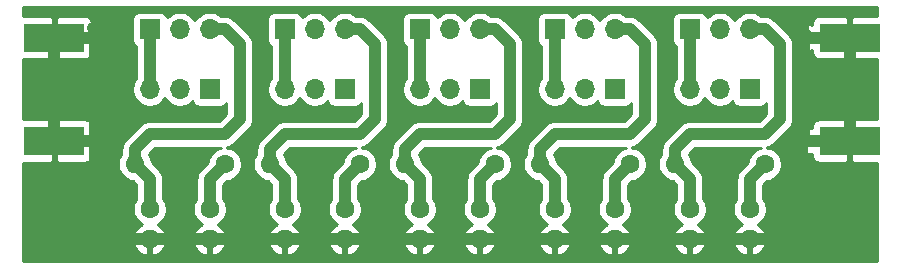
<source format=gbr>
G04 #@! TF.GenerationSoftware,KiCad,Pcbnew,(5.1.5)-3*
G04 #@! TF.CreationDate,2020-04-03T09:15:43-04:00*
G04 #@! TF.ProjectId,Project,50726f6a-6563-4742-9e6b-696361645f70,rev?*
G04 #@! TF.SameCoordinates,Original*
G04 #@! TF.FileFunction,Copper,L2,Bot*
G04 #@! TF.FilePolarity,Positive*
%FSLAX46Y46*%
G04 Gerber Fmt 4.6, Leading zero omitted, Abs format (unit mm)*
G04 Created by KiCad (PCBNEW (5.1.5)-3) date 2020-04-03 09:15:43*
%MOMM*%
%LPD*%
G04 APERTURE LIST*
%ADD10R,0.950000X0.460000*%
%ADD11C,0.970000*%
%ADD12R,5.080000X2.420000*%
%ADD13O,1.600000X1.600000*%
%ADD14C,1.600000*%
%ADD15O,1.700000X1.700000*%
%ADD16R,1.700000X1.700000*%
%ADD17C,1.000000*%
%ADD18C,0.254000*%
G04 APERTURE END LIST*
D10*
X193430000Y-115000000D03*
X193430000Y-123760000D03*
D11*
X192980000Y-115000000D03*
X192980000Y-123760000D03*
D12*
X196420000Y-115000000D03*
X196420000Y-123760000D03*
D13*
X137160000Y-132080000D03*
D14*
X137160000Y-129540000D03*
D13*
X135890000Y-125730000D03*
D14*
X143510000Y-125730000D03*
D13*
X147320000Y-125730000D03*
D14*
X154940000Y-125730000D03*
D13*
X158750000Y-125730000D03*
D14*
X166370000Y-125730000D03*
D13*
X170180000Y-125730000D03*
D14*
X177800000Y-125730000D03*
D13*
X181610000Y-125730000D03*
D14*
X189230000Y-125730000D03*
D13*
X182880000Y-132080000D03*
D14*
X182880000Y-129540000D03*
D13*
X176530000Y-132080000D03*
D14*
X176530000Y-129540000D03*
D13*
X148590000Y-132080000D03*
D14*
X148590000Y-129540000D03*
D13*
X142240000Y-132080000D03*
D14*
X142240000Y-129540000D03*
D13*
X187960000Y-132080000D03*
D14*
X187960000Y-129540000D03*
D13*
X153670000Y-132080000D03*
D14*
X153670000Y-129540000D03*
D13*
X160020000Y-132080000D03*
D14*
X160020000Y-129540000D03*
D13*
X171450000Y-132080000D03*
D14*
X171450000Y-129540000D03*
D13*
X165100000Y-132080000D03*
D14*
X165100000Y-129540000D03*
D12*
X129090000Y-115000000D03*
X129090000Y-123760000D03*
D11*
X132530000Y-115000000D03*
X132530000Y-123760000D03*
D10*
X132080000Y-115000000D03*
X132080000Y-123760000D03*
D15*
X142240000Y-114300000D03*
X139700000Y-114300000D03*
D16*
X137160000Y-114300000D03*
X142240000Y-119380000D03*
D15*
X139700000Y-119380000D03*
X137160000Y-119380000D03*
D16*
X148590000Y-114300000D03*
D15*
X151130000Y-114300000D03*
X153670000Y-114300000D03*
X148590000Y-119380000D03*
X151130000Y-119380000D03*
D16*
X153670000Y-119380000D03*
X160020000Y-114300000D03*
D15*
X162560000Y-114300000D03*
X165100000Y-114300000D03*
X160020000Y-119380000D03*
X162560000Y-119380000D03*
D16*
X165100000Y-119380000D03*
X171450000Y-114300000D03*
D15*
X173990000Y-114300000D03*
X176530000Y-114300000D03*
X171450000Y-119380000D03*
X173990000Y-119380000D03*
D16*
X176530000Y-119380000D03*
X182880000Y-114300000D03*
D15*
X185420000Y-114300000D03*
X187960000Y-114300000D03*
X182880000Y-119380000D03*
X185420000Y-119380000D03*
D16*
X187960000Y-119380000D03*
D17*
X137160000Y-132080000D02*
X142240000Y-132080000D01*
X142240000Y-132080000D02*
X153670000Y-132080000D01*
X153670000Y-132080000D02*
X187960000Y-132080000D01*
X132530000Y-128720000D02*
X132530000Y-123760000D01*
X132530000Y-129990000D02*
X132530000Y-128720000D01*
X137160000Y-132080000D02*
X134620000Y-132080000D01*
X134620000Y-132080000D02*
X132530000Y-129990000D01*
X132530000Y-115000000D02*
X132530000Y-123760000D01*
X132080000Y-115000000D02*
X129090000Y-115000000D01*
X132530000Y-123760000D02*
X129090000Y-123760000D01*
X192590000Y-123760000D02*
X196030000Y-123760000D01*
X192590000Y-115000000D02*
X196030000Y-115000000D01*
X192590000Y-117290000D02*
X192590000Y-115000000D01*
X192590000Y-115570000D02*
X192590000Y-117290000D01*
X193040000Y-115000000D02*
X196030000Y-115000000D01*
X192590000Y-122740000D02*
X192590000Y-123760000D01*
X192590000Y-117290000D02*
X192590000Y-122740000D01*
X190500000Y-132080000D02*
X187960000Y-132080000D01*
X192590000Y-129990000D02*
X190500000Y-132080000D01*
X196420000Y-123760000D02*
X196420000Y-115000000D01*
X129090000Y-115000000D02*
X129090000Y-123760000D01*
X133014999Y-114515001D02*
X133014999Y-114064999D01*
X132530000Y-115000000D02*
X133014999Y-114515001D01*
X133014999Y-114064999D02*
X133100000Y-114150000D01*
X133100000Y-114150000D02*
X132350000Y-114150000D01*
X133215893Y-115000000D02*
X133365893Y-115150000D01*
X132530000Y-115000000D02*
X133215893Y-115000000D01*
X133365893Y-115150000D02*
X133365893Y-124134107D01*
X192495001Y-114515001D02*
X192495001Y-114054999D01*
X192980000Y-115000000D02*
X192495001Y-114515001D01*
X192495001Y-114054999D02*
X192100000Y-114450000D01*
X192100000Y-114450000D02*
X192100000Y-123400000D01*
X192100000Y-123400000D02*
X192350000Y-123650000D01*
X192590000Y-122740000D02*
X192350000Y-123650000D01*
X192350000Y-123650000D02*
X192590000Y-129990000D01*
X196420000Y-115000000D02*
X192980000Y-115000000D01*
X196420000Y-123760000D02*
X192980000Y-123760000D01*
X137160000Y-127000000D02*
X135890000Y-125730000D01*
X137160000Y-129540000D02*
X137160000Y-127000000D01*
X142240000Y-114300000D02*
X143510000Y-114300000D01*
X143510000Y-114300000D02*
X144780000Y-115570000D01*
X144780000Y-115570000D02*
X144780000Y-121920000D01*
X144780000Y-121920000D02*
X143510000Y-123190000D01*
X143510000Y-123190000D02*
X137160000Y-123190000D01*
X137160000Y-123190000D02*
X135890000Y-124460000D01*
X135890000Y-124460000D02*
X135890000Y-125730000D01*
X137160000Y-114300000D02*
X137160000Y-119380000D01*
X142240000Y-127000000D02*
X143510000Y-125730000D01*
X142240000Y-129540000D02*
X142240000Y-127000000D01*
X148590000Y-114300000D02*
X148590000Y-119380000D01*
X148590000Y-127000000D02*
X147320000Y-125730000D01*
X148590000Y-129540000D02*
X148590000Y-127000000D01*
X148590000Y-123190000D02*
X147320000Y-124460000D01*
X154940000Y-114300000D02*
X156210000Y-115570000D01*
X147320000Y-124460000D02*
X147320000Y-125730000D01*
X153670000Y-114300000D02*
X154940000Y-114300000D01*
X156210000Y-115570000D02*
X156210000Y-121920000D01*
X154940000Y-123190000D02*
X148590000Y-123190000D01*
X156210000Y-121920000D02*
X154940000Y-123190000D01*
X153670000Y-127000000D02*
X154940000Y-125730000D01*
X153670000Y-129540000D02*
X153670000Y-127000000D01*
X160020000Y-114300000D02*
X160020000Y-119380000D01*
X160020000Y-127000000D02*
X158750000Y-125730000D01*
X160020000Y-129540000D02*
X160020000Y-127000000D01*
X165100000Y-114300000D02*
X166370000Y-114300000D01*
X166370000Y-114300000D02*
X167640000Y-115570000D01*
X167640000Y-115570000D02*
X167640000Y-121920000D01*
X167640000Y-121920000D02*
X166370000Y-123190000D01*
X166370000Y-123190000D02*
X160020000Y-123190000D01*
X160020000Y-123190000D02*
X158750000Y-124460000D01*
X158750000Y-124460000D02*
X158750000Y-125730000D01*
X165100000Y-127000000D02*
X166370000Y-125730000D01*
X165100000Y-129540000D02*
X165100000Y-127000000D01*
X171450000Y-114300000D02*
X171450000Y-119380000D01*
X171450000Y-127000000D02*
X170180000Y-125730000D01*
X171450000Y-129540000D02*
X171450000Y-127000000D01*
X179070000Y-121920000D02*
X177800000Y-123190000D01*
X177800000Y-123190000D02*
X171450000Y-123190000D01*
X171450000Y-123190000D02*
X170180000Y-124460000D01*
X170180000Y-124460000D02*
X170180000Y-125730000D01*
X176530000Y-114300000D02*
X177800000Y-114300000D01*
X179070000Y-115570000D02*
X179070000Y-121920000D01*
X177800000Y-114300000D02*
X179070000Y-115570000D01*
X176530000Y-127000000D02*
X177800000Y-125730000D01*
X176530000Y-129540000D02*
X176530000Y-127000000D01*
X182880000Y-114300000D02*
X182880000Y-119380000D01*
X182880000Y-127000000D02*
X181610000Y-125730000D01*
X182880000Y-129540000D02*
X182880000Y-127000000D01*
X190500000Y-121920000D02*
X189230000Y-123190000D01*
X189230000Y-123190000D02*
X182880000Y-123190000D01*
X181610000Y-124460000D02*
X181610000Y-125730000D01*
X182880000Y-123190000D02*
X181610000Y-124460000D01*
X187960000Y-114300000D02*
X189230000Y-114300000D01*
X189230000Y-114300000D02*
X190500000Y-115570000D01*
X190500000Y-115570000D02*
X190500000Y-121920000D01*
X187960000Y-127000000D02*
X189230000Y-125730000D01*
X187960000Y-129540000D02*
X187960000Y-127000000D01*
D18*
G36*
X198695001Y-113152289D02*
G01*
X196705750Y-113155000D01*
X196547000Y-113313750D01*
X196547000Y-114873000D01*
X196567000Y-114873000D01*
X196567000Y-115127000D01*
X196547000Y-115127000D01*
X196547000Y-116686250D01*
X196705750Y-116845000D01*
X198695001Y-116847711D01*
X198695001Y-121912289D01*
X196705750Y-121915000D01*
X196547000Y-122073750D01*
X196547000Y-123633000D01*
X196567000Y-123633000D01*
X196567000Y-123887000D01*
X196547000Y-123887000D01*
X196547000Y-125446250D01*
X196705750Y-125605000D01*
X198695000Y-125607711D01*
X198695000Y-133925000D01*
X126425000Y-133925000D01*
X126425000Y-132429040D01*
X135768091Y-132429040D01*
X135862930Y-132693881D01*
X136007615Y-132935131D01*
X136196586Y-133143519D01*
X136422580Y-133311037D01*
X136676913Y-133431246D01*
X136810961Y-133471904D01*
X137033000Y-133349915D01*
X137033000Y-132207000D01*
X137287000Y-132207000D01*
X137287000Y-133349915D01*
X137509039Y-133471904D01*
X137643087Y-133431246D01*
X137897420Y-133311037D01*
X138123414Y-133143519D01*
X138312385Y-132935131D01*
X138457070Y-132693881D01*
X138551909Y-132429040D01*
X140848091Y-132429040D01*
X140942930Y-132693881D01*
X141087615Y-132935131D01*
X141276586Y-133143519D01*
X141502580Y-133311037D01*
X141756913Y-133431246D01*
X141890961Y-133471904D01*
X142113000Y-133349915D01*
X142113000Y-132207000D01*
X142367000Y-132207000D01*
X142367000Y-133349915D01*
X142589039Y-133471904D01*
X142723087Y-133431246D01*
X142977420Y-133311037D01*
X143203414Y-133143519D01*
X143392385Y-132935131D01*
X143537070Y-132693881D01*
X143631909Y-132429040D01*
X147198091Y-132429040D01*
X147292930Y-132693881D01*
X147437615Y-132935131D01*
X147626586Y-133143519D01*
X147852580Y-133311037D01*
X148106913Y-133431246D01*
X148240961Y-133471904D01*
X148463000Y-133349915D01*
X148463000Y-132207000D01*
X148717000Y-132207000D01*
X148717000Y-133349915D01*
X148939039Y-133471904D01*
X149073087Y-133431246D01*
X149327420Y-133311037D01*
X149553414Y-133143519D01*
X149742385Y-132935131D01*
X149887070Y-132693881D01*
X149981909Y-132429040D01*
X152278091Y-132429040D01*
X152372930Y-132693881D01*
X152517615Y-132935131D01*
X152706586Y-133143519D01*
X152932580Y-133311037D01*
X153186913Y-133431246D01*
X153320961Y-133471904D01*
X153543000Y-133349915D01*
X153543000Y-132207000D01*
X153797000Y-132207000D01*
X153797000Y-133349915D01*
X154019039Y-133471904D01*
X154153087Y-133431246D01*
X154407420Y-133311037D01*
X154633414Y-133143519D01*
X154822385Y-132935131D01*
X154967070Y-132693881D01*
X155061909Y-132429040D01*
X158628091Y-132429040D01*
X158722930Y-132693881D01*
X158867615Y-132935131D01*
X159056586Y-133143519D01*
X159282580Y-133311037D01*
X159536913Y-133431246D01*
X159670961Y-133471904D01*
X159893000Y-133349915D01*
X159893000Y-132207000D01*
X160147000Y-132207000D01*
X160147000Y-133349915D01*
X160369039Y-133471904D01*
X160503087Y-133431246D01*
X160757420Y-133311037D01*
X160983414Y-133143519D01*
X161172385Y-132935131D01*
X161317070Y-132693881D01*
X161411909Y-132429040D01*
X163708091Y-132429040D01*
X163802930Y-132693881D01*
X163947615Y-132935131D01*
X164136586Y-133143519D01*
X164362580Y-133311037D01*
X164616913Y-133431246D01*
X164750961Y-133471904D01*
X164973000Y-133349915D01*
X164973000Y-132207000D01*
X165227000Y-132207000D01*
X165227000Y-133349915D01*
X165449039Y-133471904D01*
X165583087Y-133431246D01*
X165837420Y-133311037D01*
X166063414Y-133143519D01*
X166252385Y-132935131D01*
X166397070Y-132693881D01*
X166491909Y-132429040D01*
X170058091Y-132429040D01*
X170152930Y-132693881D01*
X170297615Y-132935131D01*
X170486586Y-133143519D01*
X170712580Y-133311037D01*
X170966913Y-133431246D01*
X171100961Y-133471904D01*
X171323000Y-133349915D01*
X171323000Y-132207000D01*
X171577000Y-132207000D01*
X171577000Y-133349915D01*
X171799039Y-133471904D01*
X171933087Y-133431246D01*
X172187420Y-133311037D01*
X172413414Y-133143519D01*
X172602385Y-132935131D01*
X172747070Y-132693881D01*
X172841909Y-132429040D01*
X175138091Y-132429040D01*
X175232930Y-132693881D01*
X175377615Y-132935131D01*
X175566586Y-133143519D01*
X175792580Y-133311037D01*
X176046913Y-133431246D01*
X176180961Y-133471904D01*
X176403000Y-133349915D01*
X176403000Y-132207000D01*
X176657000Y-132207000D01*
X176657000Y-133349915D01*
X176879039Y-133471904D01*
X177013087Y-133431246D01*
X177267420Y-133311037D01*
X177493414Y-133143519D01*
X177682385Y-132935131D01*
X177827070Y-132693881D01*
X177921909Y-132429040D01*
X181488091Y-132429040D01*
X181582930Y-132693881D01*
X181727615Y-132935131D01*
X181916586Y-133143519D01*
X182142580Y-133311037D01*
X182396913Y-133431246D01*
X182530961Y-133471904D01*
X182753000Y-133349915D01*
X182753000Y-132207000D01*
X183007000Y-132207000D01*
X183007000Y-133349915D01*
X183229039Y-133471904D01*
X183363087Y-133431246D01*
X183617420Y-133311037D01*
X183843414Y-133143519D01*
X184032385Y-132935131D01*
X184177070Y-132693881D01*
X184271909Y-132429040D01*
X186568091Y-132429040D01*
X186662930Y-132693881D01*
X186807615Y-132935131D01*
X186996586Y-133143519D01*
X187222580Y-133311037D01*
X187476913Y-133431246D01*
X187610961Y-133471904D01*
X187833000Y-133349915D01*
X187833000Y-132207000D01*
X188087000Y-132207000D01*
X188087000Y-133349915D01*
X188309039Y-133471904D01*
X188443087Y-133431246D01*
X188697420Y-133311037D01*
X188923414Y-133143519D01*
X189112385Y-132935131D01*
X189257070Y-132693881D01*
X189351909Y-132429040D01*
X189230624Y-132207000D01*
X188087000Y-132207000D01*
X187833000Y-132207000D01*
X186689376Y-132207000D01*
X186568091Y-132429040D01*
X184271909Y-132429040D01*
X184150624Y-132207000D01*
X183007000Y-132207000D01*
X182753000Y-132207000D01*
X181609376Y-132207000D01*
X181488091Y-132429040D01*
X177921909Y-132429040D01*
X177800624Y-132207000D01*
X176657000Y-132207000D01*
X176403000Y-132207000D01*
X175259376Y-132207000D01*
X175138091Y-132429040D01*
X172841909Y-132429040D01*
X172720624Y-132207000D01*
X171577000Y-132207000D01*
X171323000Y-132207000D01*
X170179376Y-132207000D01*
X170058091Y-132429040D01*
X166491909Y-132429040D01*
X166370624Y-132207000D01*
X165227000Y-132207000D01*
X164973000Y-132207000D01*
X163829376Y-132207000D01*
X163708091Y-132429040D01*
X161411909Y-132429040D01*
X161290624Y-132207000D01*
X160147000Y-132207000D01*
X159893000Y-132207000D01*
X158749376Y-132207000D01*
X158628091Y-132429040D01*
X155061909Y-132429040D01*
X154940624Y-132207000D01*
X153797000Y-132207000D01*
X153543000Y-132207000D01*
X152399376Y-132207000D01*
X152278091Y-132429040D01*
X149981909Y-132429040D01*
X149860624Y-132207000D01*
X148717000Y-132207000D01*
X148463000Y-132207000D01*
X147319376Y-132207000D01*
X147198091Y-132429040D01*
X143631909Y-132429040D01*
X143510624Y-132207000D01*
X142367000Y-132207000D01*
X142113000Y-132207000D01*
X140969376Y-132207000D01*
X140848091Y-132429040D01*
X138551909Y-132429040D01*
X138430624Y-132207000D01*
X137287000Y-132207000D01*
X137033000Y-132207000D01*
X135889376Y-132207000D01*
X135768091Y-132429040D01*
X126425000Y-132429040D01*
X126425000Y-125595655D01*
X126425518Y-125595812D01*
X126550000Y-125608072D01*
X128804250Y-125605000D01*
X128963000Y-125446250D01*
X128963000Y-123887000D01*
X128943000Y-123887000D01*
X128943000Y-123633000D01*
X128963000Y-123633000D01*
X128963000Y-122073750D01*
X129217000Y-122073750D01*
X129217000Y-123633000D01*
X129237000Y-123633000D01*
X129237000Y-123887000D01*
X129217000Y-123887000D01*
X129217000Y-125446250D01*
X129375750Y-125605000D01*
X131630000Y-125608072D01*
X131754482Y-125595812D01*
X131778042Y-125588665D01*
X134455000Y-125588665D01*
X134455000Y-125871335D01*
X134510147Y-126148574D01*
X134618320Y-126409727D01*
X134775363Y-126644759D01*
X134975241Y-126844637D01*
X135210273Y-127001680D01*
X135471426Y-127109853D01*
X135712718Y-127157850D01*
X136025001Y-127470133D01*
X136025000Y-128655716D01*
X135888320Y-128860273D01*
X135780147Y-129121426D01*
X135725000Y-129398665D01*
X135725000Y-129681335D01*
X135780147Y-129958574D01*
X135888320Y-130219727D01*
X136045363Y-130454759D01*
X136245241Y-130654637D01*
X136480273Y-130811680D01*
X136491565Y-130816357D01*
X136422580Y-130848963D01*
X136196586Y-131016481D01*
X136007615Y-131224869D01*
X135862930Y-131466119D01*
X135768091Y-131730960D01*
X135889376Y-131953000D01*
X137033000Y-131953000D01*
X137033000Y-131933000D01*
X137287000Y-131933000D01*
X137287000Y-131953000D01*
X138430624Y-131953000D01*
X138551909Y-131730960D01*
X138457070Y-131466119D01*
X138312385Y-131224869D01*
X138123414Y-131016481D01*
X137897420Y-130848963D01*
X137828435Y-130816357D01*
X137839727Y-130811680D01*
X138074759Y-130654637D01*
X138274637Y-130454759D01*
X138431680Y-130219727D01*
X138539853Y-129958574D01*
X138595000Y-129681335D01*
X138595000Y-129398665D01*
X138539853Y-129121426D01*
X138431680Y-128860273D01*
X138295000Y-128655716D01*
X138295000Y-127055743D01*
X138300490Y-126999999D01*
X138295000Y-126944255D01*
X138295000Y-126944248D01*
X138278577Y-126777501D01*
X138213676Y-126563553D01*
X138108284Y-126366377D01*
X137966449Y-126193551D01*
X137923140Y-126158008D01*
X137317850Y-125552718D01*
X137269853Y-125311426D01*
X137161680Y-125050273D01*
X137058812Y-124896320D01*
X137630132Y-124325000D01*
X143217847Y-124325000D01*
X143091426Y-124350147D01*
X142830273Y-124458320D01*
X142595241Y-124615363D01*
X142395363Y-124815241D01*
X142238320Y-125050273D01*
X142130147Y-125311426D01*
X142082150Y-125552718D01*
X141476860Y-126158009D01*
X141433552Y-126193551D01*
X141291717Y-126366377D01*
X141268546Y-126409727D01*
X141186324Y-126563554D01*
X141121423Y-126777502D01*
X141099509Y-127000000D01*
X141105001Y-127055761D01*
X141105000Y-128655716D01*
X140968320Y-128860273D01*
X140860147Y-129121426D01*
X140805000Y-129398665D01*
X140805000Y-129681335D01*
X140860147Y-129958574D01*
X140968320Y-130219727D01*
X141125363Y-130454759D01*
X141325241Y-130654637D01*
X141560273Y-130811680D01*
X141571565Y-130816357D01*
X141502580Y-130848963D01*
X141276586Y-131016481D01*
X141087615Y-131224869D01*
X140942930Y-131466119D01*
X140848091Y-131730960D01*
X140969376Y-131953000D01*
X142113000Y-131953000D01*
X142113000Y-131933000D01*
X142367000Y-131933000D01*
X142367000Y-131953000D01*
X143510624Y-131953000D01*
X143631909Y-131730960D01*
X143537070Y-131466119D01*
X143392385Y-131224869D01*
X143203414Y-131016481D01*
X142977420Y-130848963D01*
X142908435Y-130816357D01*
X142919727Y-130811680D01*
X143154759Y-130654637D01*
X143354637Y-130454759D01*
X143511680Y-130219727D01*
X143619853Y-129958574D01*
X143675000Y-129681335D01*
X143675000Y-129398665D01*
X143619853Y-129121426D01*
X143511680Y-128860273D01*
X143375000Y-128655716D01*
X143375000Y-127470131D01*
X143687282Y-127157850D01*
X143928574Y-127109853D01*
X144189727Y-127001680D01*
X144424759Y-126844637D01*
X144624637Y-126644759D01*
X144781680Y-126409727D01*
X144889853Y-126148574D01*
X144945000Y-125871335D01*
X144945000Y-125588665D01*
X145885000Y-125588665D01*
X145885000Y-125871335D01*
X145940147Y-126148574D01*
X146048320Y-126409727D01*
X146205363Y-126644759D01*
X146405241Y-126844637D01*
X146640273Y-127001680D01*
X146901426Y-127109853D01*
X147142718Y-127157850D01*
X147455001Y-127470133D01*
X147455000Y-128655716D01*
X147318320Y-128860273D01*
X147210147Y-129121426D01*
X147155000Y-129398665D01*
X147155000Y-129681335D01*
X147210147Y-129958574D01*
X147318320Y-130219727D01*
X147475363Y-130454759D01*
X147675241Y-130654637D01*
X147910273Y-130811680D01*
X147921565Y-130816357D01*
X147852580Y-130848963D01*
X147626586Y-131016481D01*
X147437615Y-131224869D01*
X147292930Y-131466119D01*
X147198091Y-131730960D01*
X147319376Y-131953000D01*
X148463000Y-131953000D01*
X148463000Y-131933000D01*
X148717000Y-131933000D01*
X148717000Y-131953000D01*
X149860624Y-131953000D01*
X149981909Y-131730960D01*
X149887070Y-131466119D01*
X149742385Y-131224869D01*
X149553414Y-131016481D01*
X149327420Y-130848963D01*
X149258435Y-130816357D01*
X149269727Y-130811680D01*
X149504759Y-130654637D01*
X149704637Y-130454759D01*
X149861680Y-130219727D01*
X149969853Y-129958574D01*
X150025000Y-129681335D01*
X150025000Y-129398665D01*
X149969853Y-129121426D01*
X149861680Y-128860273D01*
X149725000Y-128655716D01*
X149725000Y-127055743D01*
X149730490Y-126999999D01*
X149725000Y-126944255D01*
X149725000Y-126944248D01*
X149708577Y-126777501D01*
X149643676Y-126563553D01*
X149538284Y-126366377D01*
X149396449Y-126193551D01*
X149353140Y-126158008D01*
X148747850Y-125552718D01*
X148699853Y-125311426D01*
X148591680Y-125050273D01*
X148488812Y-124896320D01*
X149060132Y-124325000D01*
X154647847Y-124325000D01*
X154521426Y-124350147D01*
X154260273Y-124458320D01*
X154025241Y-124615363D01*
X153825363Y-124815241D01*
X153668320Y-125050273D01*
X153560147Y-125311426D01*
X153512150Y-125552718D01*
X152906860Y-126158009D01*
X152863552Y-126193551D01*
X152721717Y-126366377D01*
X152698546Y-126409727D01*
X152616324Y-126563554D01*
X152551423Y-126777502D01*
X152529509Y-127000000D01*
X152535001Y-127055761D01*
X152535000Y-128655716D01*
X152398320Y-128860273D01*
X152290147Y-129121426D01*
X152235000Y-129398665D01*
X152235000Y-129681335D01*
X152290147Y-129958574D01*
X152398320Y-130219727D01*
X152555363Y-130454759D01*
X152755241Y-130654637D01*
X152990273Y-130811680D01*
X153001565Y-130816357D01*
X152932580Y-130848963D01*
X152706586Y-131016481D01*
X152517615Y-131224869D01*
X152372930Y-131466119D01*
X152278091Y-131730960D01*
X152399376Y-131953000D01*
X153543000Y-131953000D01*
X153543000Y-131933000D01*
X153797000Y-131933000D01*
X153797000Y-131953000D01*
X154940624Y-131953000D01*
X155061909Y-131730960D01*
X154967070Y-131466119D01*
X154822385Y-131224869D01*
X154633414Y-131016481D01*
X154407420Y-130848963D01*
X154338435Y-130816357D01*
X154349727Y-130811680D01*
X154584759Y-130654637D01*
X154784637Y-130454759D01*
X154941680Y-130219727D01*
X155049853Y-129958574D01*
X155105000Y-129681335D01*
X155105000Y-129398665D01*
X155049853Y-129121426D01*
X154941680Y-128860273D01*
X154805000Y-128655716D01*
X154805000Y-127470131D01*
X155117282Y-127157850D01*
X155358574Y-127109853D01*
X155619727Y-127001680D01*
X155854759Y-126844637D01*
X156054637Y-126644759D01*
X156211680Y-126409727D01*
X156319853Y-126148574D01*
X156375000Y-125871335D01*
X156375000Y-125588665D01*
X157315000Y-125588665D01*
X157315000Y-125871335D01*
X157370147Y-126148574D01*
X157478320Y-126409727D01*
X157635363Y-126644759D01*
X157835241Y-126844637D01*
X158070273Y-127001680D01*
X158331426Y-127109853D01*
X158572718Y-127157850D01*
X158885001Y-127470133D01*
X158885000Y-128655716D01*
X158748320Y-128860273D01*
X158640147Y-129121426D01*
X158585000Y-129398665D01*
X158585000Y-129681335D01*
X158640147Y-129958574D01*
X158748320Y-130219727D01*
X158905363Y-130454759D01*
X159105241Y-130654637D01*
X159340273Y-130811680D01*
X159351565Y-130816357D01*
X159282580Y-130848963D01*
X159056586Y-131016481D01*
X158867615Y-131224869D01*
X158722930Y-131466119D01*
X158628091Y-131730960D01*
X158749376Y-131953000D01*
X159893000Y-131953000D01*
X159893000Y-131933000D01*
X160147000Y-131933000D01*
X160147000Y-131953000D01*
X161290624Y-131953000D01*
X161411909Y-131730960D01*
X161317070Y-131466119D01*
X161172385Y-131224869D01*
X160983414Y-131016481D01*
X160757420Y-130848963D01*
X160688435Y-130816357D01*
X160699727Y-130811680D01*
X160934759Y-130654637D01*
X161134637Y-130454759D01*
X161291680Y-130219727D01*
X161399853Y-129958574D01*
X161455000Y-129681335D01*
X161455000Y-129398665D01*
X161399853Y-129121426D01*
X161291680Y-128860273D01*
X161155000Y-128655716D01*
X161155000Y-127055743D01*
X161160490Y-126999999D01*
X161155000Y-126944255D01*
X161155000Y-126944248D01*
X161138577Y-126777501D01*
X161073676Y-126563553D01*
X160968284Y-126366377D01*
X160826449Y-126193551D01*
X160783140Y-126158008D01*
X160177850Y-125552718D01*
X160129853Y-125311426D01*
X160021680Y-125050273D01*
X159918812Y-124896320D01*
X160490132Y-124325000D01*
X166077847Y-124325000D01*
X165951426Y-124350147D01*
X165690273Y-124458320D01*
X165455241Y-124615363D01*
X165255363Y-124815241D01*
X165098320Y-125050273D01*
X164990147Y-125311426D01*
X164942150Y-125552718D01*
X164336860Y-126158009D01*
X164293552Y-126193551D01*
X164151717Y-126366377D01*
X164128546Y-126409727D01*
X164046324Y-126563554D01*
X163981423Y-126777502D01*
X163959509Y-127000000D01*
X163965001Y-127055761D01*
X163965000Y-128655716D01*
X163828320Y-128860273D01*
X163720147Y-129121426D01*
X163665000Y-129398665D01*
X163665000Y-129681335D01*
X163720147Y-129958574D01*
X163828320Y-130219727D01*
X163985363Y-130454759D01*
X164185241Y-130654637D01*
X164420273Y-130811680D01*
X164431565Y-130816357D01*
X164362580Y-130848963D01*
X164136586Y-131016481D01*
X163947615Y-131224869D01*
X163802930Y-131466119D01*
X163708091Y-131730960D01*
X163829376Y-131953000D01*
X164973000Y-131953000D01*
X164973000Y-131933000D01*
X165227000Y-131933000D01*
X165227000Y-131953000D01*
X166370624Y-131953000D01*
X166491909Y-131730960D01*
X166397070Y-131466119D01*
X166252385Y-131224869D01*
X166063414Y-131016481D01*
X165837420Y-130848963D01*
X165768435Y-130816357D01*
X165779727Y-130811680D01*
X166014759Y-130654637D01*
X166214637Y-130454759D01*
X166371680Y-130219727D01*
X166479853Y-129958574D01*
X166535000Y-129681335D01*
X166535000Y-129398665D01*
X166479853Y-129121426D01*
X166371680Y-128860273D01*
X166235000Y-128655716D01*
X166235000Y-127470131D01*
X166547282Y-127157850D01*
X166788574Y-127109853D01*
X167049727Y-127001680D01*
X167284759Y-126844637D01*
X167484637Y-126644759D01*
X167641680Y-126409727D01*
X167749853Y-126148574D01*
X167805000Y-125871335D01*
X167805000Y-125588665D01*
X168745000Y-125588665D01*
X168745000Y-125871335D01*
X168800147Y-126148574D01*
X168908320Y-126409727D01*
X169065363Y-126644759D01*
X169265241Y-126844637D01*
X169500273Y-127001680D01*
X169761426Y-127109853D01*
X170002718Y-127157850D01*
X170315001Y-127470133D01*
X170315000Y-128655716D01*
X170178320Y-128860273D01*
X170070147Y-129121426D01*
X170015000Y-129398665D01*
X170015000Y-129681335D01*
X170070147Y-129958574D01*
X170178320Y-130219727D01*
X170335363Y-130454759D01*
X170535241Y-130654637D01*
X170770273Y-130811680D01*
X170781565Y-130816357D01*
X170712580Y-130848963D01*
X170486586Y-131016481D01*
X170297615Y-131224869D01*
X170152930Y-131466119D01*
X170058091Y-131730960D01*
X170179376Y-131953000D01*
X171323000Y-131953000D01*
X171323000Y-131933000D01*
X171577000Y-131933000D01*
X171577000Y-131953000D01*
X172720624Y-131953000D01*
X172841909Y-131730960D01*
X172747070Y-131466119D01*
X172602385Y-131224869D01*
X172413414Y-131016481D01*
X172187420Y-130848963D01*
X172118435Y-130816357D01*
X172129727Y-130811680D01*
X172364759Y-130654637D01*
X172564637Y-130454759D01*
X172721680Y-130219727D01*
X172829853Y-129958574D01*
X172885000Y-129681335D01*
X172885000Y-129398665D01*
X172829853Y-129121426D01*
X172721680Y-128860273D01*
X172585000Y-128655716D01*
X172585000Y-127055743D01*
X172590490Y-126999999D01*
X172585000Y-126944255D01*
X172585000Y-126944248D01*
X172568577Y-126777501D01*
X172503676Y-126563553D01*
X172398284Y-126366377D01*
X172256449Y-126193551D01*
X172213140Y-126158008D01*
X171607850Y-125552718D01*
X171559853Y-125311426D01*
X171451680Y-125050273D01*
X171348812Y-124896320D01*
X171920132Y-124325000D01*
X177507847Y-124325000D01*
X177381426Y-124350147D01*
X177120273Y-124458320D01*
X176885241Y-124615363D01*
X176685363Y-124815241D01*
X176528320Y-125050273D01*
X176420147Y-125311426D01*
X176372150Y-125552718D01*
X175766860Y-126158009D01*
X175723552Y-126193551D01*
X175581717Y-126366377D01*
X175558546Y-126409727D01*
X175476324Y-126563554D01*
X175411423Y-126777502D01*
X175389509Y-127000000D01*
X175395001Y-127055761D01*
X175395000Y-128655716D01*
X175258320Y-128860273D01*
X175150147Y-129121426D01*
X175095000Y-129398665D01*
X175095000Y-129681335D01*
X175150147Y-129958574D01*
X175258320Y-130219727D01*
X175415363Y-130454759D01*
X175615241Y-130654637D01*
X175850273Y-130811680D01*
X175861565Y-130816357D01*
X175792580Y-130848963D01*
X175566586Y-131016481D01*
X175377615Y-131224869D01*
X175232930Y-131466119D01*
X175138091Y-131730960D01*
X175259376Y-131953000D01*
X176403000Y-131953000D01*
X176403000Y-131933000D01*
X176657000Y-131933000D01*
X176657000Y-131953000D01*
X177800624Y-131953000D01*
X177921909Y-131730960D01*
X177827070Y-131466119D01*
X177682385Y-131224869D01*
X177493414Y-131016481D01*
X177267420Y-130848963D01*
X177198435Y-130816357D01*
X177209727Y-130811680D01*
X177444759Y-130654637D01*
X177644637Y-130454759D01*
X177801680Y-130219727D01*
X177909853Y-129958574D01*
X177965000Y-129681335D01*
X177965000Y-129398665D01*
X177909853Y-129121426D01*
X177801680Y-128860273D01*
X177665000Y-128655716D01*
X177665000Y-127470131D01*
X177977282Y-127157850D01*
X178218574Y-127109853D01*
X178479727Y-127001680D01*
X178714759Y-126844637D01*
X178914637Y-126644759D01*
X179071680Y-126409727D01*
X179179853Y-126148574D01*
X179235000Y-125871335D01*
X179235000Y-125588665D01*
X180175000Y-125588665D01*
X180175000Y-125871335D01*
X180230147Y-126148574D01*
X180338320Y-126409727D01*
X180495363Y-126644759D01*
X180695241Y-126844637D01*
X180930273Y-127001680D01*
X181191426Y-127109853D01*
X181432718Y-127157850D01*
X181745001Y-127470133D01*
X181745000Y-128655716D01*
X181608320Y-128860273D01*
X181500147Y-129121426D01*
X181445000Y-129398665D01*
X181445000Y-129681335D01*
X181500147Y-129958574D01*
X181608320Y-130219727D01*
X181765363Y-130454759D01*
X181965241Y-130654637D01*
X182200273Y-130811680D01*
X182211565Y-130816357D01*
X182142580Y-130848963D01*
X181916586Y-131016481D01*
X181727615Y-131224869D01*
X181582930Y-131466119D01*
X181488091Y-131730960D01*
X181609376Y-131953000D01*
X182753000Y-131953000D01*
X182753000Y-131933000D01*
X183007000Y-131933000D01*
X183007000Y-131953000D01*
X184150624Y-131953000D01*
X184271909Y-131730960D01*
X184177070Y-131466119D01*
X184032385Y-131224869D01*
X183843414Y-131016481D01*
X183617420Y-130848963D01*
X183548435Y-130816357D01*
X183559727Y-130811680D01*
X183794759Y-130654637D01*
X183994637Y-130454759D01*
X184151680Y-130219727D01*
X184259853Y-129958574D01*
X184315000Y-129681335D01*
X184315000Y-129398665D01*
X184259853Y-129121426D01*
X184151680Y-128860273D01*
X184015000Y-128655716D01*
X184015000Y-127055743D01*
X184020490Y-126999999D01*
X184015000Y-126944255D01*
X184015000Y-126944248D01*
X183998577Y-126777501D01*
X183933676Y-126563553D01*
X183828284Y-126366377D01*
X183686449Y-126193551D01*
X183643140Y-126158008D01*
X183037850Y-125552718D01*
X182989853Y-125311426D01*
X182881680Y-125050273D01*
X182778812Y-124896320D01*
X183350132Y-124325000D01*
X188937847Y-124325000D01*
X188811426Y-124350147D01*
X188550273Y-124458320D01*
X188315241Y-124615363D01*
X188115363Y-124815241D01*
X187958320Y-125050273D01*
X187850147Y-125311426D01*
X187802150Y-125552718D01*
X187196860Y-126158009D01*
X187153552Y-126193551D01*
X187011717Y-126366377D01*
X186988546Y-126409727D01*
X186906324Y-126563554D01*
X186841423Y-126777502D01*
X186819509Y-127000000D01*
X186825001Y-127055761D01*
X186825000Y-128655716D01*
X186688320Y-128860273D01*
X186580147Y-129121426D01*
X186525000Y-129398665D01*
X186525000Y-129681335D01*
X186580147Y-129958574D01*
X186688320Y-130219727D01*
X186845363Y-130454759D01*
X187045241Y-130654637D01*
X187280273Y-130811680D01*
X187291565Y-130816357D01*
X187222580Y-130848963D01*
X186996586Y-131016481D01*
X186807615Y-131224869D01*
X186662930Y-131466119D01*
X186568091Y-131730960D01*
X186689376Y-131953000D01*
X187833000Y-131953000D01*
X187833000Y-131933000D01*
X188087000Y-131933000D01*
X188087000Y-131953000D01*
X189230624Y-131953000D01*
X189351909Y-131730960D01*
X189257070Y-131466119D01*
X189112385Y-131224869D01*
X188923414Y-131016481D01*
X188697420Y-130848963D01*
X188628435Y-130816357D01*
X188639727Y-130811680D01*
X188874759Y-130654637D01*
X189074637Y-130454759D01*
X189231680Y-130219727D01*
X189339853Y-129958574D01*
X189395000Y-129681335D01*
X189395000Y-129398665D01*
X189339853Y-129121426D01*
X189231680Y-128860273D01*
X189095000Y-128655716D01*
X189095000Y-127470131D01*
X189407282Y-127157850D01*
X189648574Y-127109853D01*
X189909727Y-127001680D01*
X190144759Y-126844637D01*
X190344637Y-126644759D01*
X190501680Y-126409727D01*
X190609853Y-126148574D01*
X190665000Y-125871335D01*
X190665000Y-125588665D01*
X190609853Y-125311426D01*
X190501680Y-125050273D01*
X190344637Y-124815241D01*
X190144759Y-124615363D01*
X189909727Y-124458320D01*
X189648574Y-124350147D01*
X189443865Y-124309427D01*
X189452499Y-124308577D01*
X189666447Y-124243676D01*
X189863623Y-124138284D01*
X190036449Y-123996449D01*
X190071996Y-123953135D01*
X190182130Y-123843001D01*
X191857645Y-123843001D01*
X191895404Y-124060367D01*
X191974842Y-124266189D01*
X192000684Y-124314534D01*
X192212584Y-124347811D01*
X192356748Y-124203647D01*
X192370507Y-124245937D01*
X192431669Y-124355048D01*
X192492910Y-124426695D01*
X192392189Y-124527416D01*
X192425466Y-124739316D01*
X192627176Y-124828683D01*
X192842445Y-124876981D01*
X193063001Y-124882355D01*
X193242323Y-124851205D01*
X193241928Y-124970000D01*
X193254188Y-125094482D01*
X193290498Y-125214180D01*
X193349463Y-125324494D01*
X193428815Y-125421185D01*
X193525506Y-125500537D01*
X193635820Y-125559502D01*
X193755518Y-125595812D01*
X193880000Y-125608072D01*
X196134250Y-125605000D01*
X196293000Y-125446250D01*
X196293000Y-123887000D01*
X196273000Y-123887000D01*
X196273000Y-123633000D01*
X196293000Y-123633000D01*
X196293000Y-122073750D01*
X196134250Y-121915000D01*
X193880000Y-121911928D01*
X193755518Y-121924188D01*
X193635820Y-121960498D01*
X193525506Y-122019463D01*
X193428815Y-122098815D01*
X193349463Y-122195506D01*
X193290498Y-122305820D01*
X193254188Y-122425518D01*
X193241928Y-122550000D01*
X193242330Y-122671014D01*
X193117555Y-122643019D01*
X192896999Y-122637645D01*
X192679633Y-122675404D01*
X192473811Y-122754842D01*
X192425466Y-122780684D01*
X192392189Y-122992584D01*
X192492910Y-123093305D01*
X192431669Y-123164952D01*
X192370507Y-123274063D01*
X192356748Y-123316353D01*
X192212584Y-123172189D01*
X192000684Y-123205466D01*
X191911317Y-123407176D01*
X191863019Y-123622445D01*
X191857645Y-123843001D01*
X190182130Y-123843001D01*
X191263140Y-122761992D01*
X191306449Y-122726449D01*
X191448284Y-122553623D01*
X191553676Y-122356447D01*
X191618577Y-122142499D01*
X191635000Y-121975752D01*
X191635000Y-121975745D01*
X191640490Y-121920001D01*
X191635000Y-121864257D01*
X191635000Y-115625743D01*
X191640490Y-115569999D01*
X191635000Y-115514255D01*
X191635000Y-115514248D01*
X191618577Y-115347501D01*
X191553676Y-115133553D01*
X191526656Y-115083001D01*
X191857645Y-115083001D01*
X191895404Y-115300367D01*
X191974842Y-115506189D01*
X192000684Y-115554534D01*
X192212584Y-115587811D01*
X192356748Y-115443647D01*
X192370507Y-115485937D01*
X192431669Y-115595048D01*
X192492910Y-115666695D01*
X192392189Y-115767416D01*
X192425466Y-115979316D01*
X192627176Y-116068683D01*
X192842445Y-116116981D01*
X193063001Y-116122355D01*
X193242323Y-116091205D01*
X193241928Y-116210000D01*
X193254188Y-116334482D01*
X193290498Y-116454180D01*
X193349463Y-116564494D01*
X193428815Y-116661185D01*
X193525506Y-116740537D01*
X193635820Y-116799502D01*
X193755518Y-116835812D01*
X193880000Y-116848072D01*
X196134250Y-116845000D01*
X196293000Y-116686250D01*
X196293000Y-115127000D01*
X196273000Y-115127000D01*
X196273000Y-114873000D01*
X196293000Y-114873000D01*
X196293000Y-113313750D01*
X196134250Y-113155000D01*
X193880000Y-113151928D01*
X193755518Y-113164188D01*
X193635820Y-113200498D01*
X193525506Y-113259463D01*
X193428815Y-113338815D01*
X193349463Y-113435506D01*
X193290498Y-113545820D01*
X193254188Y-113665518D01*
X193241928Y-113790000D01*
X193242330Y-113911014D01*
X193117555Y-113883019D01*
X192896999Y-113877645D01*
X192679633Y-113915404D01*
X192473811Y-113994842D01*
X192425466Y-114020684D01*
X192392189Y-114232584D01*
X192492910Y-114333305D01*
X192431669Y-114404952D01*
X192370507Y-114514063D01*
X192356748Y-114556353D01*
X192212584Y-114412189D01*
X192000684Y-114445466D01*
X191911317Y-114647176D01*
X191863019Y-114862445D01*
X191857645Y-115083001D01*
X191526656Y-115083001D01*
X191448284Y-114936377D01*
X191306449Y-114763551D01*
X191263140Y-114728008D01*
X190071996Y-113536865D01*
X190036449Y-113493551D01*
X189863623Y-113351716D01*
X189666447Y-113246324D01*
X189452499Y-113181423D01*
X189285752Y-113165000D01*
X189285751Y-113165000D01*
X189230000Y-113159509D01*
X189174249Y-113165000D01*
X188925107Y-113165000D01*
X188906632Y-113146525D01*
X188663411Y-112984010D01*
X188393158Y-112872068D01*
X188106260Y-112815000D01*
X187813740Y-112815000D01*
X187526842Y-112872068D01*
X187256589Y-112984010D01*
X187013368Y-113146525D01*
X186806525Y-113353368D01*
X186690000Y-113527760D01*
X186573475Y-113353368D01*
X186366632Y-113146525D01*
X186123411Y-112984010D01*
X185853158Y-112872068D01*
X185566260Y-112815000D01*
X185273740Y-112815000D01*
X184986842Y-112872068D01*
X184716589Y-112984010D01*
X184473368Y-113146525D01*
X184341513Y-113278380D01*
X184319502Y-113205820D01*
X184260537Y-113095506D01*
X184181185Y-112998815D01*
X184084494Y-112919463D01*
X183974180Y-112860498D01*
X183854482Y-112824188D01*
X183730000Y-112811928D01*
X182030000Y-112811928D01*
X181905518Y-112824188D01*
X181785820Y-112860498D01*
X181675506Y-112919463D01*
X181578815Y-112998815D01*
X181499463Y-113095506D01*
X181440498Y-113205820D01*
X181404188Y-113325518D01*
X181391928Y-113450000D01*
X181391928Y-115150000D01*
X181404188Y-115274482D01*
X181440498Y-115394180D01*
X181499463Y-115504494D01*
X181578815Y-115601185D01*
X181675506Y-115680537D01*
X181745000Y-115717683D01*
X181745001Y-118414892D01*
X181726525Y-118433368D01*
X181564010Y-118676589D01*
X181452068Y-118946842D01*
X181395000Y-119233740D01*
X181395000Y-119526260D01*
X181452068Y-119813158D01*
X181564010Y-120083411D01*
X181726525Y-120326632D01*
X181933368Y-120533475D01*
X182176589Y-120695990D01*
X182446842Y-120807932D01*
X182733740Y-120865000D01*
X183026260Y-120865000D01*
X183313158Y-120807932D01*
X183583411Y-120695990D01*
X183826632Y-120533475D01*
X184033475Y-120326632D01*
X184150000Y-120152240D01*
X184266525Y-120326632D01*
X184473368Y-120533475D01*
X184716589Y-120695990D01*
X184986842Y-120807932D01*
X185273740Y-120865000D01*
X185566260Y-120865000D01*
X185853158Y-120807932D01*
X186123411Y-120695990D01*
X186366632Y-120533475D01*
X186498487Y-120401620D01*
X186520498Y-120474180D01*
X186579463Y-120584494D01*
X186658815Y-120681185D01*
X186755506Y-120760537D01*
X186865820Y-120819502D01*
X186985518Y-120855812D01*
X187110000Y-120868072D01*
X188810000Y-120868072D01*
X188934482Y-120855812D01*
X189054180Y-120819502D01*
X189164494Y-120760537D01*
X189261185Y-120681185D01*
X189340537Y-120584494D01*
X189365001Y-120538726D01*
X189365001Y-121449867D01*
X188759869Y-122055000D01*
X182935743Y-122055000D01*
X182879999Y-122049510D01*
X182824255Y-122055000D01*
X182824248Y-122055000D01*
X182678493Y-122069356D01*
X182657500Y-122071423D01*
X182607705Y-122086529D01*
X182443553Y-122136324D01*
X182246377Y-122241716D01*
X182073551Y-122383551D01*
X182038011Y-122426857D01*
X180846865Y-123618004D01*
X180803551Y-123653551D01*
X180661716Y-123826377D01*
X180570812Y-123996448D01*
X180556324Y-124023554D01*
X180491423Y-124237502D01*
X180469509Y-124460000D01*
X180475000Y-124515751D01*
X180475000Y-124845716D01*
X180338320Y-125050273D01*
X180230147Y-125311426D01*
X180175000Y-125588665D01*
X179235000Y-125588665D01*
X179179853Y-125311426D01*
X179071680Y-125050273D01*
X178914637Y-124815241D01*
X178714759Y-124615363D01*
X178479727Y-124458320D01*
X178218574Y-124350147D01*
X178013865Y-124309427D01*
X178022499Y-124308577D01*
X178236447Y-124243676D01*
X178433623Y-124138284D01*
X178606449Y-123996449D01*
X178641996Y-123953135D01*
X179833140Y-122761992D01*
X179876449Y-122726449D01*
X180018284Y-122553623D01*
X180123676Y-122356447D01*
X180188577Y-122142499D01*
X180205000Y-121975752D01*
X180205000Y-121975745D01*
X180210490Y-121920001D01*
X180205000Y-121864257D01*
X180205000Y-115625743D01*
X180210490Y-115569999D01*
X180205000Y-115514255D01*
X180205000Y-115514248D01*
X180188577Y-115347501D01*
X180123676Y-115133553D01*
X180018284Y-114936377D01*
X179876449Y-114763551D01*
X179833140Y-114728008D01*
X178641996Y-113536865D01*
X178606449Y-113493551D01*
X178433623Y-113351716D01*
X178236447Y-113246324D01*
X178022499Y-113181423D01*
X177855752Y-113165000D01*
X177855751Y-113165000D01*
X177800000Y-113159509D01*
X177744249Y-113165000D01*
X177495107Y-113165000D01*
X177476632Y-113146525D01*
X177233411Y-112984010D01*
X176963158Y-112872068D01*
X176676260Y-112815000D01*
X176383740Y-112815000D01*
X176096842Y-112872068D01*
X175826589Y-112984010D01*
X175583368Y-113146525D01*
X175376525Y-113353368D01*
X175260000Y-113527760D01*
X175143475Y-113353368D01*
X174936632Y-113146525D01*
X174693411Y-112984010D01*
X174423158Y-112872068D01*
X174136260Y-112815000D01*
X173843740Y-112815000D01*
X173556842Y-112872068D01*
X173286589Y-112984010D01*
X173043368Y-113146525D01*
X172911513Y-113278380D01*
X172889502Y-113205820D01*
X172830537Y-113095506D01*
X172751185Y-112998815D01*
X172654494Y-112919463D01*
X172544180Y-112860498D01*
X172424482Y-112824188D01*
X172300000Y-112811928D01*
X170600000Y-112811928D01*
X170475518Y-112824188D01*
X170355820Y-112860498D01*
X170245506Y-112919463D01*
X170148815Y-112998815D01*
X170069463Y-113095506D01*
X170010498Y-113205820D01*
X169974188Y-113325518D01*
X169961928Y-113450000D01*
X169961928Y-115150000D01*
X169974188Y-115274482D01*
X170010498Y-115394180D01*
X170069463Y-115504494D01*
X170148815Y-115601185D01*
X170245506Y-115680537D01*
X170315000Y-115717683D01*
X170315001Y-118414892D01*
X170296525Y-118433368D01*
X170134010Y-118676589D01*
X170022068Y-118946842D01*
X169965000Y-119233740D01*
X169965000Y-119526260D01*
X170022068Y-119813158D01*
X170134010Y-120083411D01*
X170296525Y-120326632D01*
X170503368Y-120533475D01*
X170746589Y-120695990D01*
X171016842Y-120807932D01*
X171303740Y-120865000D01*
X171596260Y-120865000D01*
X171883158Y-120807932D01*
X172153411Y-120695990D01*
X172396632Y-120533475D01*
X172603475Y-120326632D01*
X172720000Y-120152240D01*
X172836525Y-120326632D01*
X173043368Y-120533475D01*
X173286589Y-120695990D01*
X173556842Y-120807932D01*
X173843740Y-120865000D01*
X174136260Y-120865000D01*
X174423158Y-120807932D01*
X174693411Y-120695990D01*
X174936632Y-120533475D01*
X175068487Y-120401620D01*
X175090498Y-120474180D01*
X175149463Y-120584494D01*
X175228815Y-120681185D01*
X175325506Y-120760537D01*
X175435820Y-120819502D01*
X175555518Y-120855812D01*
X175680000Y-120868072D01*
X177380000Y-120868072D01*
X177504482Y-120855812D01*
X177624180Y-120819502D01*
X177734494Y-120760537D01*
X177831185Y-120681185D01*
X177910537Y-120584494D01*
X177935001Y-120538726D01*
X177935001Y-121449867D01*
X177329869Y-122055000D01*
X171505743Y-122055000D01*
X171449999Y-122049510D01*
X171394255Y-122055000D01*
X171394248Y-122055000D01*
X171248493Y-122069356D01*
X171227500Y-122071423D01*
X171177705Y-122086529D01*
X171013553Y-122136324D01*
X170816377Y-122241716D01*
X170643551Y-122383551D01*
X170608011Y-122426857D01*
X169416865Y-123618004D01*
X169373551Y-123653551D01*
X169231716Y-123826377D01*
X169140812Y-123996448D01*
X169126324Y-124023554D01*
X169061423Y-124237502D01*
X169039509Y-124460000D01*
X169045000Y-124515751D01*
X169045000Y-124845716D01*
X168908320Y-125050273D01*
X168800147Y-125311426D01*
X168745000Y-125588665D01*
X167805000Y-125588665D01*
X167749853Y-125311426D01*
X167641680Y-125050273D01*
X167484637Y-124815241D01*
X167284759Y-124615363D01*
X167049727Y-124458320D01*
X166788574Y-124350147D01*
X166583865Y-124309427D01*
X166592499Y-124308577D01*
X166806447Y-124243676D01*
X167003623Y-124138284D01*
X167176449Y-123996449D01*
X167211996Y-123953135D01*
X168403140Y-122761992D01*
X168446449Y-122726449D01*
X168588284Y-122553623D01*
X168693676Y-122356447D01*
X168758577Y-122142499D01*
X168775000Y-121975752D01*
X168775000Y-121975745D01*
X168780490Y-121920001D01*
X168775000Y-121864257D01*
X168775000Y-115625743D01*
X168780490Y-115569999D01*
X168775000Y-115514255D01*
X168775000Y-115514248D01*
X168758577Y-115347501D01*
X168693676Y-115133553D01*
X168588284Y-114936377D01*
X168446449Y-114763551D01*
X168403140Y-114728008D01*
X167211996Y-113536865D01*
X167176449Y-113493551D01*
X167003623Y-113351716D01*
X166806447Y-113246324D01*
X166592499Y-113181423D01*
X166425752Y-113165000D01*
X166425751Y-113165000D01*
X166370000Y-113159509D01*
X166314249Y-113165000D01*
X166065107Y-113165000D01*
X166046632Y-113146525D01*
X165803411Y-112984010D01*
X165533158Y-112872068D01*
X165246260Y-112815000D01*
X164953740Y-112815000D01*
X164666842Y-112872068D01*
X164396589Y-112984010D01*
X164153368Y-113146525D01*
X163946525Y-113353368D01*
X163830000Y-113527760D01*
X163713475Y-113353368D01*
X163506632Y-113146525D01*
X163263411Y-112984010D01*
X162993158Y-112872068D01*
X162706260Y-112815000D01*
X162413740Y-112815000D01*
X162126842Y-112872068D01*
X161856589Y-112984010D01*
X161613368Y-113146525D01*
X161481513Y-113278380D01*
X161459502Y-113205820D01*
X161400537Y-113095506D01*
X161321185Y-112998815D01*
X161224494Y-112919463D01*
X161114180Y-112860498D01*
X160994482Y-112824188D01*
X160870000Y-112811928D01*
X159170000Y-112811928D01*
X159045518Y-112824188D01*
X158925820Y-112860498D01*
X158815506Y-112919463D01*
X158718815Y-112998815D01*
X158639463Y-113095506D01*
X158580498Y-113205820D01*
X158544188Y-113325518D01*
X158531928Y-113450000D01*
X158531928Y-115150000D01*
X158544188Y-115274482D01*
X158580498Y-115394180D01*
X158639463Y-115504494D01*
X158718815Y-115601185D01*
X158815506Y-115680537D01*
X158885000Y-115717683D01*
X158885001Y-118414892D01*
X158866525Y-118433368D01*
X158704010Y-118676589D01*
X158592068Y-118946842D01*
X158535000Y-119233740D01*
X158535000Y-119526260D01*
X158592068Y-119813158D01*
X158704010Y-120083411D01*
X158866525Y-120326632D01*
X159073368Y-120533475D01*
X159316589Y-120695990D01*
X159586842Y-120807932D01*
X159873740Y-120865000D01*
X160166260Y-120865000D01*
X160453158Y-120807932D01*
X160723411Y-120695990D01*
X160966632Y-120533475D01*
X161173475Y-120326632D01*
X161290000Y-120152240D01*
X161406525Y-120326632D01*
X161613368Y-120533475D01*
X161856589Y-120695990D01*
X162126842Y-120807932D01*
X162413740Y-120865000D01*
X162706260Y-120865000D01*
X162993158Y-120807932D01*
X163263411Y-120695990D01*
X163506632Y-120533475D01*
X163638487Y-120401620D01*
X163660498Y-120474180D01*
X163719463Y-120584494D01*
X163798815Y-120681185D01*
X163895506Y-120760537D01*
X164005820Y-120819502D01*
X164125518Y-120855812D01*
X164250000Y-120868072D01*
X165950000Y-120868072D01*
X166074482Y-120855812D01*
X166194180Y-120819502D01*
X166304494Y-120760537D01*
X166401185Y-120681185D01*
X166480537Y-120584494D01*
X166505001Y-120538726D01*
X166505001Y-121449867D01*
X165899869Y-122055000D01*
X160075743Y-122055000D01*
X160019999Y-122049510D01*
X159964255Y-122055000D01*
X159964248Y-122055000D01*
X159818493Y-122069356D01*
X159797500Y-122071423D01*
X159747705Y-122086529D01*
X159583553Y-122136324D01*
X159386377Y-122241716D01*
X159213551Y-122383551D01*
X159178011Y-122426857D01*
X157986865Y-123618004D01*
X157943551Y-123653551D01*
X157801716Y-123826377D01*
X157710812Y-123996448D01*
X157696324Y-124023554D01*
X157631423Y-124237502D01*
X157609509Y-124460000D01*
X157615000Y-124515751D01*
X157615000Y-124845716D01*
X157478320Y-125050273D01*
X157370147Y-125311426D01*
X157315000Y-125588665D01*
X156375000Y-125588665D01*
X156319853Y-125311426D01*
X156211680Y-125050273D01*
X156054637Y-124815241D01*
X155854759Y-124615363D01*
X155619727Y-124458320D01*
X155358574Y-124350147D01*
X155153865Y-124309427D01*
X155162499Y-124308577D01*
X155376447Y-124243676D01*
X155573623Y-124138284D01*
X155746449Y-123996449D01*
X155781996Y-123953135D01*
X156973140Y-122761992D01*
X157016449Y-122726449D01*
X157158284Y-122553623D01*
X157263676Y-122356447D01*
X157328577Y-122142499D01*
X157345000Y-121975752D01*
X157345000Y-121975745D01*
X157350490Y-121920001D01*
X157345000Y-121864257D01*
X157345000Y-115625743D01*
X157350490Y-115569999D01*
X157345000Y-115514255D01*
X157345000Y-115514248D01*
X157328577Y-115347501D01*
X157263676Y-115133553D01*
X157158284Y-114936377D01*
X157016449Y-114763551D01*
X156973140Y-114728008D01*
X155781996Y-113536865D01*
X155746449Y-113493551D01*
X155573623Y-113351716D01*
X155376447Y-113246324D01*
X155162499Y-113181423D01*
X154995752Y-113165000D01*
X154995751Y-113165000D01*
X154940000Y-113159509D01*
X154884249Y-113165000D01*
X154635107Y-113165000D01*
X154616632Y-113146525D01*
X154373411Y-112984010D01*
X154103158Y-112872068D01*
X153816260Y-112815000D01*
X153523740Y-112815000D01*
X153236842Y-112872068D01*
X152966589Y-112984010D01*
X152723368Y-113146525D01*
X152516525Y-113353368D01*
X152400000Y-113527760D01*
X152283475Y-113353368D01*
X152076632Y-113146525D01*
X151833411Y-112984010D01*
X151563158Y-112872068D01*
X151276260Y-112815000D01*
X150983740Y-112815000D01*
X150696842Y-112872068D01*
X150426589Y-112984010D01*
X150183368Y-113146525D01*
X150051513Y-113278380D01*
X150029502Y-113205820D01*
X149970537Y-113095506D01*
X149891185Y-112998815D01*
X149794494Y-112919463D01*
X149684180Y-112860498D01*
X149564482Y-112824188D01*
X149440000Y-112811928D01*
X147740000Y-112811928D01*
X147615518Y-112824188D01*
X147495820Y-112860498D01*
X147385506Y-112919463D01*
X147288815Y-112998815D01*
X147209463Y-113095506D01*
X147150498Y-113205820D01*
X147114188Y-113325518D01*
X147101928Y-113450000D01*
X147101928Y-115150000D01*
X147114188Y-115274482D01*
X147150498Y-115394180D01*
X147209463Y-115504494D01*
X147288815Y-115601185D01*
X147385506Y-115680537D01*
X147455000Y-115717683D01*
X147455001Y-118414892D01*
X147436525Y-118433368D01*
X147274010Y-118676589D01*
X147162068Y-118946842D01*
X147105000Y-119233740D01*
X147105000Y-119526260D01*
X147162068Y-119813158D01*
X147274010Y-120083411D01*
X147436525Y-120326632D01*
X147643368Y-120533475D01*
X147886589Y-120695990D01*
X148156842Y-120807932D01*
X148443740Y-120865000D01*
X148736260Y-120865000D01*
X149023158Y-120807932D01*
X149293411Y-120695990D01*
X149536632Y-120533475D01*
X149743475Y-120326632D01*
X149860000Y-120152240D01*
X149976525Y-120326632D01*
X150183368Y-120533475D01*
X150426589Y-120695990D01*
X150696842Y-120807932D01*
X150983740Y-120865000D01*
X151276260Y-120865000D01*
X151563158Y-120807932D01*
X151833411Y-120695990D01*
X152076632Y-120533475D01*
X152208487Y-120401620D01*
X152230498Y-120474180D01*
X152289463Y-120584494D01*
X152368815Y-120681185D01*
X152465506Y-120760537D01*
X152575820Y-120819502D01*
X152695518Y-120855812D01*
X152820000Y-120868072D01*
X154520000Y-120868072D01*
X154644482Y-120855812D01*
X154764180Y-120819502D01*
X154874494Y-120760537D01*
X154971185Y-120681185D01*
X155050537Y-120584494D01*
X155075001Y-120538726D01*
X155075001Y-121449867D01*
X154469869Y-122055000D01*
X148645743Y-122055000D01*
X148589999Y-122049510D01*
X148534255Y-122055000D01*
X148534248Y-122055000D01*
X148388493Y-122069356D01*
X148367500Y-122071423D01*
X148317705Y-122086529D01*
X148153553Y-122136324D01*
X147956377Y-122241716D01*
X147783551Y-122383551D01*
X147748011Y-122426857D01*
X146556865Y-123618004D01*
X146513551Y-123653551D01*
X146371716Y-123826377D01*
X146280812Y-123996448D01*
X146266324Y-124023554D01*
X146201423Y-124237502D01*
X146179509Y-124460000D01*
X146185000Y-124515751D01*
X146185000Y-124845716D01*
X146048320Y-125050273D01*
X145940147Y-125311426D01*
X145885000Y-125588665D01*
X144945000Y-125588665D01*
X144889853Y-125311426D01*
X144781680Y-125050273D01*
X144624637Y-124815241D01*
X144424759Y-124615363D01*
X144189727Y-124458320D01*
X143928574Y-124350147D01*
X143723865Y-124309427D01*
X143732499Y-124308577D01*
X143946447Y-124243676D01*
X144143623Y-124138284D01*
X144316449Y-123996449D01*
X144351996Y-123953135D01*
X145543140Y-122761992D01*
X145586449Y-122726449D01*
X145728284Y-122553623D01*
X145833676Y-122356447D01*
X145898577Y-122142499D01*
X145915000Y-121975752D01*
X145915000Y-121975745D01*
X145920490Y-121920001D01*
X145915000Y-121864257D01*
X145915000Y-115625743D01*
X145920490Y-115569999D01*
X145915000Y-115514255D01*
X145915000Y-115514248D01*
X145898577Y-115347501D01*
X145833676Y-115133553D01*
X145728284Y-114936377D01*
X145586449Y-114763551D01*
X145543140Y-114728008D01*
X144351996Y-113536865D01*
X144316449Y-113493551D01*
X144143623Y-113351716D01*
X143946447Y-113246324D01*
X143732499Y-113181423D01*
X143565752Y-113165000D01*
X143565751Y-113165000D01*
X143510000Y-113159509D01*
X143454249Y-113165000D01*
X143205107Y-113165000D01*
X143186632Y-113146525D01*
X142943411Y-112984010D01*
X142673158Y-112872068D01*
X142386260Y-112815000D01*
X142093740Y-112815000D01*
X141806842Y-112872068D01*
X141536589Y-112984010D01*
X141293368Y-113146525D01*
X141086525Y-113353368D01*
X140970000Y-113527760D01*
X140853475Y-113353368D01*
X140646632Y-113146525D01*
X140403411Y-112984010D01*
X140133158Y-112872068D01*
X139846260Y-112815000D01*
X139553740Y-112815000D01*
X139266842Y-112872068D01*
X138996589Y-112984010D01*
X138753368Y-113146525D01*
X138621513Y-113278380D01*
X138599502Y-113205820D01*
X138540537Y-113095506D01*
X138461185Y-112998815D01*
X138364494Y-112919463D01*
X138254180Y-112860498D01*
X138134482Y-112824188D01*
X138010000Y-112811928D01*
X136310000Y-112811928D01*
X136185518Y-112824188D01*
X136065820Y-112860498D01*
X135955506Y-112919463D01*
X135858815Y-112998815D01*
X135779463Y-113095506D01*
X135720498Y-113205820D01*
X135684188Y-113325518D01*
X135671928Y-113450000D01*
X135671928Y-115150000D01*
X135684188Y-115274482D01*
X135720498Y-115394180D01*
X135779463Y-115504494D01*
X135858815Y-115601185D01*
X135955506Y-115680537D01*
X136025000Y-115717683D01*
X136025001Y-118414892D01*
X136006525Y-118433368D01*
X135844010Y-118676589D01*
X135732068Y-118946842D01*
X135675000Y-119233740D01*
X135675000Y-119526260D01*
X135732068Y-119813158D01*
X135844010Y-120083411D01*
X136006525Y-120326632D01*
X136213368Y-120533475D01*
X136456589Y-120695990D01*
X136726842Y-120807932D01*
X137013740Y-120865000D01*
X137306260Y-120865000D01*
X137593158Y-120807932D01*
X137863411Y-120695990D01*
X138106632Y-120533475D01*
X138313475Y-120326632D01*
X138430000Y-120152240D01*
X138546525Y-120326632D01*
X138753368Y-120533475D01*
X138996589Y-120695990D01*
X139266842Y-120807932D01*
X139553740Y-120865000D01*
X139846260Y-120865000D01*
X140133158Y-120807932D01*
X140403411Y-120695990D01*
X140646632Y-120533475D01*
X140778487Y-120401620D01*
X140800498Y-120474180D01*
X140859463Y-120584494D01*
X140938815Y-120681185D01*
X141035506Y-120760537D01*
X141145820Y-120819502D01*
X141265518Y-120855812D01*
X141390000Y-120868072D01*
X143090000Y-120868072D01*
X143214482Y-120855812D01*
X143334180Y-120819502D01*
X143444494Y-120760537D01*
X143541185Y-120681185D01*
X143620537Y-120584494D01*
X143645001Y-120538726D01*
X143645001Y-121449867D01*
X143039869Y-122055000D01*
X137215743Y-122055000D01*
X137159999Y-122049510D01*
X137104255Y-122055000D01*
X137104248Y-122055000D01*
X136958493Y-122069356D01*
X136937500Y-122071423D01*
X136887705Y-122086529D01*
X136723553Y-122136324D01*
X136526377Y-122241716D01*
X136353551Y-122383551D01*
X136318011Y-122426857D01*
X135126865Y-123618004D01*
X135083551Y-123653551D01*
X134941716Y-123826377D01*
X134850812Y-123996448D01*
X134836324Y-124023554D01*
X134771423Y-124237502D01*
X134749509Y-124460000D01*
X134755000Y-124515751D01*
X134755000Y-124845716D01*
X134618320Y-125050273D01*
X134510147Y-125311426D01*
X134455000Y-125588665D01*
X131778042Y-125588665D01*
X131874180Y-125559502D01*
X131984494Y-125500537D01*
X132081185Y-125421185D01*
X132160537Y-125324494D01*
X132219502Y-125214180D01*
X132255812Y-125094482D01*
X132268072Y-124970000D01*
X132267670Y-124848986D01*
X132392445Y-124876981D01*
X132613001Y-124882355D01*
X132830367Y-124844596D01*
X133036189Y-124765158D01*
X133084534Y-124739316D01*
X133117811Y-124527416D01*
X133017090Y-124426695D01*
X133078331Y-124355048D01*
X133139493Y-124245937D01*
X133153252Y-124203647D01*
X133297416Y-124347811D01*
X133509316Y-124314534D01*
X133598683Y-124112824D01*
X133646981Y-123897555D01*
X133652355Y-123676999D01*
X133614596Y-123459633D01*
X133535158Y-123253811D01*
X133509316Y-123205466D01*
X133297416Y-123172189D01*
X133153252Y-123316353D01*
X133139493Y-123274063D01*
X133078331Y-123164952D01*
X133017090Y-123093305D01*
X133117811Y-122992584D01*
X133084534Y-122780684D01*
X132882824Y-122691317D01*
X132667555Y-122643019D01*
X132446999Y-122637645D01*
X132267677Y-122668795D01*
X132268072Y-122550000D01*
X132255812Y-122425518D01*
X132219502Y-122305820D01*
X132160537Y-122195506D01*
X132081185Y-122098815D01*
X131984494Y-122019463D01*
X131874180Y-121960498D01*
X131754482Y-121924188D01*
X131630000Y-121911928D01*
X129375750Y-121915000D01*
X129217000Y-122073750D01*
X128963000Y-122073750D01*
X128804250Y-121915000D01*
X126550000Y-121911928D01*
X126425518Y-121924188D01*
X126425000Y-121924345D01*
X126425000Y-116835655D01*
X126425518Y-116835812D01*
X126550000Y-116848072D01*
X128804250Y-116845000D01*
X128963000Y-116686250D01*
X128963000Y-115127000D01*
X128943000Y-115127000D01*
X128943000Y-114873000D01*
X128963000Y-114873000D01*
X128963000Y-113313750D01*
X129217000Y-113313750D01*
X129217000Y-114873000D01*
X129237000Y-114873000D01*
X129237000Y-115127000D01*
X129217000Y-115127000D01*
X129217000Y-116686250D01*
X129375750Y-116845000D01*
X131630000Y-116848072D01*
X131754482Y-116835812D01*
X131874180Y-116799502D01*
X131984494Y-116740537D01*
X132081185Y-116661185D01*
X132160537Y-116564494D01*
X132219502Y-116454180D01*
X132255812Y-116334482D01*
X132268072Y-116210000D01*
X132267670Y-116088986D01*
X132392445Y-116116981D01*
X132613001Y-116122355D01*
X132830367Y-116084596D01*
X133036189Y-116005158D01*
X133084534Y-115979316D01*
X133117811Y-115767416D01*
X133017090Y-115666695D01*
X133078331Y-115595048D01*
X133139493Y-115485937D01*
X133153252Y-115443647D01*
X133297416Y-115587811D01*
X133509316Y-115554534D01*
X133598683Y-115352824D01*
X133646981Y-115137555D01*
X133652355Y-114916999D01*
X133614596Y-114699633D01*
X133535158Y-114493811D01*
X133509316Y-114445466D01*
X133297416Y-114412189D01*
X133153252Y-114556353D01*
X133139493Y-114514063D01*
X133078331Y-114404952D01*
X133017090Y-114333305D01*
X133117811Y-114232584D01*
X133084534Y-114020684D01*
X132882824Y-113931317D01*
X132667555Y-113883019D01*
X132446999Y-113877645D01*
X132267677Y-113908795D01*
X132268072Y-113790000D01*
X132255812Y-113665518D01*
X132219502Y-113545820D01*
X132160537Y-113435506D01*
X132081185Y-113338815D01*
X131984494Y-113259463D01*
X131874180Y-113200498D01*
X131754482Y-113164188D01*
X131630000Y-113151928D01*
X129375750Y-113155000D01*
X129217000Y-113313750D01*
X128963000Y-113313750D01*
X128804250Y-113155000D01*
X126550000Y-113151928D01*
X126425518Y-113164188D01*
X126425000Y-113164345D01*
X126425000Y-112455000D01*
X198695001Y-112455000D01*
X198695001Y-113152289D01*
G37*
X198695001Y-113152289D02*
X196705750Y-113155000D01*
X196547000Y-113313750D01*
X196547000Y-114873000D01*
X196567000Y-114873000D01*
X196567000Y-115127000D01*
X196547000Y-115127000D01*
X196547000Y-116686250D01*
X196705750Y-116845000D01*
X198695001Y-116847711D01*
X198695001Y-121912289D01*
X196705750Y-121915000D01*
X196547000Y-122073750D01*
X196547000Y-123633000D01*
X196567000Y-123633000D01*
X196567000Y-123887000D01*
X196547000Y-123887000D01*
X196547000Y-125446250D01*
X196705750Y-125605000D01*
X198695000Y-125607711D01*
X198695000Y-133925000D01*
X126425000Y-133925000D01*
X126425000Y-132429040D01*
X135768091Y-132429040D01*
X135862930Y-132693881D01*
X136007615Y-132935131D01*
X136196586Y-133143519D01*
X136422580Y-133311037D01*
X136676913Y-133431246D01*
X136810961Y-133471904D01*
X137033000Y-133349915D01*
X137033000Y-132207000D01*
X137287000Y-132207000D01*
X137287000Y-133349915D01*
X137509039Y-133471904D01*
X137643087Y-133431246D01*
X137897420Y-133311037D01*
X138123414Y-133143519D01*
X138312385Y-132935131D01*
X138457070Y-132693881D01*
X138551909Y-132429040D01*
X140848091Y-132429040D01*
X140942930Y-132693881D01*
X141087615Y-132935131D01*
X141276586Y-133143519D01*
X141502580Y-133311037D01*
X141756913Y-133431246D01*
X141890961Y-133471904D01*
X142113000Y-133349915D01*
X142113000Y-132207000D01*
X142367000Y-132207000D01*
X142367000Y-133349915D01*
X142589039Y-133471904D01*
X142723087Y-133431246D01*
X142977420Y-133311037D01*
X143203414Y-133143519D01*
X143392385Y-132935131D01*
X143537070Y-132693881D01*
X143631909Y-132429040D01*
X147198091Y-132429040D01*
X147292930Y-132693881D01*
X147437615Y-132935131D01*
X147626586Y-133143519D01*
X147852580Y-133311037D01*
X148106913Y-133431246D01*
X148240961Y-133471904D01*
X148463000Y-133349915D01*
X148463000Y-132207000D01*
X148717000Y-132207000D01*
X148717000Y-133349915D01*
X148939039Y-133471904D01*
X149073087Y-133431246D01*
X149327420Y-133311037D01*
X149553414Y-133143519D01*
X149742385Y-132935131D01*
X149887070Y-132693881D01*
X149981909Y-132429040D01*
X152278091Y-132429040D01*
X152372930Y-132693881D01*
X152517615Y-132935131D01*
X152706586Y-133143519D01*
X152932580Y-133311037D01*
X153186913Y-133431246D01*
X153320961Y-133471904D01*
X153543000Y-133349915D01*
X153543000Y-132207000D01*
X153797000Y-132207000D01*
X153797000Y-133349915D01*
X154019039Y-133471904D01*
X154153087Y-133431246D01*
X154407420Y-133311037D01*
X154633414Y-133143519D01*
X154822385Y-132935131D01*
X154967070Y-132693881D01*
X155061909Y-132429040D01*
X158628091Y-132429040D01*
X158722930Y-132693881D01*
X158867615Y-132935131D01*
X159056586Y-133143519D01*
X159282580Y-133311037D01*
X159536913Y-133431246D01*
X159670961Y-133471904D01*
X159893000Y-133349915D01*
X159893000Y-132207000D01*
X160147000Y-132207000D01*
X160147000Y-133349915D01*
X160369039Y-133471904D01*
X160503087Y-133431246D01*
X160757420Y-133311037D01*
X160983414Y-133143519D01*
X161172385Y-132935131D01*
X161317070Y-132693881D01*
X161411909Y-132429040D01*
X163708091Y-132429040D01*
X163802930Y-132693881D01*
X163947615Y-132935131D01*
X164136586Y-133143519D01*
X164362580Y-133311037D01*
X164616913Y-133431246D01*
X164750961Y-133471904D01*
X164973000Y-133349915D01*
X164973000Y-132207000D01*
X165227000Y-132207000D01*
X165227000Y-133349915D01*
X165449039Y-133471904D01*
X165583087Y-133431246D01*
X165837420Y-133311037D01*
X166063414Y-133143519D01*
X166252385Y-132935131D01*
X166397070Y-132693881D01*
X166491909Y-132429040D01*
X170058091Y-132429040D01*
X170152930Y-132693881D01*
X170297615Y-132935131D01*
X170486586Y-133143519D01*
X170712580Y-133311037D01*
X170966913Y-133431246D01*
X171100961Y-133471904D01*
X171323000Y-133349915D01*
X171323000Y-132207000D01*
X171577000Y-132207000D01*
X171577000Y-133349915D01*
X171799039Y-133471904D01*
X171933087Y-133431246D01*
X172187420Y-133311037D01*
X172413414Y-133143519D01*
X172602385Y-132935131D01*
X172747070Y-132693881D01*
X172841909Y-132429040D01*
X175138091Y-132429040D01*
X175232930Y-132693881D01*
X175377615Y-132935131D01*
X175566586Y-133143519D01*
X175792580Y-133311037D01*
X176046913Y-133431246D01*
X176180961Y-133471904D01*
X176403000Y-133349915D01*
X176403000Y-132207000D01*
X176657000Y-132207000D01*
X176657000Y-133349915D01*
X176879039Y-133471904D01*
X177013087Y-133431246D01*
X177267420Y-133311037D01*
X177493414Y-133143519D01*
X177682385Y-132935131D01*
X177827070Y-132693881D01*
X177921909Y-132429040D01*
X181488091Y-132429040D01*
X181582930Y-132693881D01*
X181727615Y-132935131D01*
X181916586Y-133143519D01*
X182142580Y-133311037D01*
X182396913Y-133431246D01*
X182530961Y-133471904D01*
X182753000Y-133349915D01*
X182753000Y-132207000D01*
X183007000Y-132207000D01*
X183007000Y-133349915D01*
X183229039Y-133471904D01*
X183363087Y-133431246D01*
X183617420Y-133311037D01*
X183843414Y-133143519D01*
X184032385Y-132935131D01*
X184177070Y-132693881D01*
X184271909Y-132429040D01*
X186568091Y-132429040D01*
X186662930Y-132693881D01*
X186807615Y-132935131D01*
X186996586Y-133143519D01*
X187222580Y-133311037D01*
X187476913Y-133431246D01*
X187610961Y-133471904D01*
X187833000Y-133349915D01*
X187833000Y-132207000D01*
X188087000Y-132207000D01*
X188087000Y-133349915D01*
X188309039Y-133471904D01*
X188443087Y-133431246D01*
X188697420Y-133311037D01*
X188923414Y-133143519D01*
X189112385Y-132935131D01*
X189257070Y-132693881D01*
X189351909Y-132429040D01*
X189230624Y-132207000D01*
X188087000Y-132207000D01*
X187833000Y-132207000D01*
X186689376Y-132207000D01*
X186568091Y-132429040D01*
X184271909Y-132429040D01*
X184150624Y-132207000D01*
X183007000Y-132207000D01*
X182753000Y-132207000D01*
X181609376Y-132207000D01*
X181488091Y-132429040D01*
X177921909Y-132429040D01*
X177800624Y-132207000D01*
X176657000Y-132207000D01*
X176403000Y-132207000D01*
X175259376Y-132207000D01*
X175138091Y-132429040D01*
X172841909Y-132429040D01*
X172720624Y-132207000D01*
X171577000Y-132207000D01*
X171323000Y-132207000D01*
X170179376Y-132207000D01*
X170058091Y-132429040D01*
X166491909Y-132429040D01*
X166370624Y-132207000D01*
X165227000Y-132207000D01*
X164973000Y-132207000D01*
X163829376Y-132207000D01*
X163708091Y-132429040D01*
X161411909Y-132429040D01*
X161290624Y-132207000D01*
X160147000Y-132207000D01*
X159893000Y-132207000D01*
X158749376Y-132207000D01*
X158628091Y-132429040D01*
X155061909Y-132429040D01*
X154940624Y-132207000D01*
X153797000Y-132207000D01*
X153543000Y-132207000D01*
X152399376Y-132207000D01*
X152278091Y-132429040D01*
X149981909Y-132429040D01*
X149860624Y-132207000D01*
X148717000Y-132207000D01*
X148463000Y-132207000D01*
X147319376Y-132207000D01*
X147198091Y-132429040D01*
X143631909Y-132429040D01*
X143510624Y-132207000D01*
X142367000Y-132207000D01*
X142113000Y-132207000D01*
X140969376Y-132207000D01*
X140848091Y-132429040D01*
X138551909Y-132429040D01*
X138430624Y-132207000D01*
X137287000Y-132207000D01*
X137033000Y-132207000D01*
X135889376Y-132207000D01*
X135768091Y-132429040D01*
X126425000Y-132429040D01*
X126425000Y-125595655D01*
X126425518Y-125595812D01*
X126550000Y-125608072D01*
X128804250Y-125605000D01*
X128963000Y-125446250D01*
X128963000Y-123887000D01*
X128943000Y-123887000D01*
X128943000Y-123633000D01*
X128963000Y-123633000D01*
X128963000Y-122073750D01*
X129217000Y-122073750D01*
X129217000Y-123633000D01*
X129237000Y-123633000D01*
X129237000Y-123887000D01*
X129217000Y-123887000D01*
X129217000Y-125446250D01*
X129375750Y-125605000D01*
X131630000Y-125608072D01*
X131754482Y-125595812D01*
X131778042Y-125588665D01*
X134455000Y-125588665D01*
X134455000Y-125871335D01*
X134510147Y-126148574D01*
X134618320Y-126409727D01*
X134775363Y-126644759D01*
X134975241Y-126844637D01*
X135210273Y-127001680D01*
X135471426Y-127109853D01*
X135712718Y-127157850D01*
X136025001Y-127470133D01*
X136025000Y-128655716D01*
X135888320Y-128860273D01*
X135780147Y-129121426D01*
X135725000Y-129398665D01*
X135725000Y-129681335D01*
X135780147Y-129958574D01*
X135888320Y-130219727D01*
X136045363Y-130454759D01*
X136245241Y-130654637D01*
X136480273Y-130811680D01*
X136491565Y-130816357D01*
X136422580Y-130848963D01*
X136196586Y-131016481D01*
X136007615Y-131224869D01*
X135862930Y-131466119D01*
X135768091Y-131730960D01*
X135889376Y-131953000D01*
X137033000Y-131953000D01*
X137033000Y-131933000D01*
X137287000Y-131933000D01*
X137287000Y-131953000D01*
X138430624Y-131953000D01*
X138551909Y-131730960D01*
X138457070Y-131466119D01*
X138312385Y-131224869D01*
X138123414Y-131016481D01*
X137897420Y-130848963D01*
X137828435Y-130816357D01*
X137839727Y-130811680D01*
X138074759Y-130654637D01*
X138274637Y-130454759D01*
X138431680Y-130219727D01*
X138539853Y-129958574D01*
X138595000Y-129681335D01*
X138595000Y-129398665D01*
X138539853Y-129121426D01*
X138431680Y-128860273D01*
X138295000Y-128655716D01*
X138295000Y-127055743D01*
X138300490Y-126999999D01*
X138295000Y-126944255D01*
X138295000Y-126944248D01*
X138278577Y-126777501D01*
X138213676Y-126563553D01*
X138108284Y-126366377D01*
X137966449Y-126193551D01*
X137923140Y-126158008D01*
X137317850Y-125552718D01*
X137269853Y-125311426D01*
X137161680Y-125050273D01*
X137058812Y-124896320D01*
X137630132Y-124325000D01*
X143217847Y-124325000D01*
X143091426Y-124350147D01*
X142830273Y-124458320D01*
X142595241Y-124615363D01*
X142395363Y-124815241D01*
X142238320Y-125050273D01*
X142130147Y-125311426D01*
X142082150Y-125552718D01*
X141476860Y-126158009D01*
X141433552Y-126193551D01*
X141291717Y-126366377D01*
X141268546Y-126409727D01*
X141186324Y-126563554D01*
X141121423Y-126777502D01*
X141099509Y-127000000D01*
X141105001Y-127055761D01*
X141105000Y-128655716D01*
X140968320Y-128860273D01*
X140860147Y-129121426D01*
X140805000Y-129398665D01*
X140805000Y-129681335D01*
X140860147Y-129958574D01*
X140968320Y-130219727D01*
X141125363Y-130454759D01*
X141325241Y-130654637D01*
X141560273Y-130811680D01*
X141571565Y-130816357D01*
X141502580Y-130848963D01*
X141276586Y-131016481D01*
X141087615Y-131224869D01*
X140942930Y-131466119D01*
X140848091Y-131730960D01*
X140969376Y-131953000D01*
X142113000Y-131953000D01*
X142113000Y-131933000D01*
X142367000Y-131933000D01*
X142367000Y-131953000D01*
X143510624Y-131953000D01*
X143631909Y-131730960D01*
X143537070Y-131466119D01*
X143392385Y-131224869D01*
X143203414Y-131016481D01*
X142977420Y-130848963D01*
X142908435Y-130816357D01*
X142919727Y-130811680D01*
X143154759Y-130654637D01*
X143354637Y-130454759D01*
X143511680Y-130219727D01*
X143619853Y-129958574D01*
X143675000Y-129681335D01*
X143675000Y-129398665D01*
X143619853Y-129121426D01*
X143511680Y-128860273D01*
X143375000Y-128655716D01*
X143375000Y-127470131D01*
X143687282Y-127157850D01*
X143928574Y-127109853D01*
X144189727Y-127001680D01*
X144424759Y-126844637D01*
X144624637Y-126644759D01*
X144781680Y-126409727D01*
X144889853Y-126148574D01*
X144945000Y-125871335D01*
X144945000Y-125588665D01*
X145885000Y-125588665D01*
X145885000Y-125871335D01*
X145940147Y-126148574D01*
X146048320Y-126409727D01*
X146205363Y-126644759D01*
X146405241Y-126844637D01*
X146640273Y-127001680D01*
X146901426Y-127109853D01*
X147142718Y-127157850D01*
X147455001Y-127470133D01*
X147455000Y-128655716D01*
X147318320Y-128860273D01*
X147210147Y-129121426D01*
X147155000Y-129398665D01*
X147155000Y-129681335D01*
X147210147Y-129958574D01*
X147318320Y-130219727D01*
X147475363Y-130454759D01*
X147675241Y-130654637D01*
X147910273Y-130811680D01*
X147921565Y-130816357D01*
X147852580Y-130848963D01*
X147626586Y-131016481D01*
X147437615Y-131224869D01*
X147292930Y-131466119D01*
X147198091Y-131730960D01*
X147319376Y-131953000D01*
X148463000Y-131953000D01*
X148463000Y-131933000D01*
X148717000Y-131933000D01*
X148717000Y-131953000D01*
X149860624Y-131953000D01*
X149981909Y-131730960D01*
X149887070Y-131466119D01*
X149742385Y-131224869D01*
X149553414Y-131016481D01*
X149327420Y-130848963D01*
X149258435Y-130816357D01*
X149269727Y-130811680D01*
X149504759Y-130654637D01*
X149704637Y-130454759D01*
X149861680Y-130219727D01*
X149969853Y-129958574D01*
X150025000Y-129681335D01*
X150025000Y-129398665D01*
X149969853Y-129121426D01*
X149861680Y-128860273D01*
X149725000Y-128655716D01*
X149725000Y-127055743D01*
X149730490Y-126999999D01*
X149725000Y-126944255D01*
X149725000Y-126944248D01*
X149708577Y-126777501D01*
X149643676Y-126563553D01*
X149538284Y-126366377D01*
X149396449Y-126193551D01*
X149353140Y-126158008D01*
X148747850Y-125552718D01*
X148699853Y-125311426D01*
X148591680Y-125050273D01*
X148488812Y-124896320D01*
X149060132Y-124325000D01*
X154647847Y-124325000D01*
X154521426Y-124350147D01*
X154260273Y-124458320D01*
X154025241Y-124615363D01*
X153825363Y-124815241D01*
X153668320Y-125050273D01*
X153560147Y-125311426D01*
X153512150Y-125552718D01*
X152906860Y-126158009D01*
X152863552Y-126193551D01*
X152721717Y-126366377D01*
X152698546Y-126409727D01*
X152616324Y-126563554D01*
X152551423Y-126777502D01*
X152529509Y-127000000D01*
X152535001Y-127055761D01*
X152535000Y-128655716D01*
X152398320Y-128860273D01*
X152290147Y-129121426D01*
X152235000Y-129398665D01*
X152235000Y-129681335D01*
X152290147Y-129958574D01*
X152398320Y-130219727D01*
X152555363Y-130454759D01*
X152755241Y-130654637D01*
X152990273Y-130811680D01*
X153001565Y-130816357D01*
X152932580Y-130848963D01*
X152706586Y-131016481D01*
X152517615Y-131224869D01*
X152372930Y-131466119D01*
X152278091Y-131730960D01*
X152399376Y-131953000D01*
X153543000Y-131953000D01*
X153543000Y-131933000D01*
X153797000Y-131933000D01*
X153797000Y-131953000D01*
X154940624Y-131953000D01*
X155061909Y-131730960D01*
X154967070Y-131466119D01*
X154822385Y-131224869D01*
X154633414Y-131016481D01*
X154407420Y-130848963D01*
X154338435Y-130816357D01*
X154349727Y-130811680D01*
X154584759Y-130654637D01*
X154784637Y-130454759D01*
X154941680Y-130219727D01*
X155049853Y-129958574D01*
X155105000Y-129681335D01*
X155105000Y-129398665D01*
X155049853Y-129121426D01*
X154941680Y-128860273D01*
X154805000Y-128655716D01*
X154805000Y-127470131D01*
X155117282Y-127157850D01*
X155358574Y-127109853D01*
X155619727Y-127001680D01*
X155854759Y-126844637D01*
X156054637Y-126644759D01*
X156211680Y-126409727D01*
X156319853Y-126148574D01*
X156375000Y-125871335D01*
X156375000Y-125588665D01*
X157315000Y-125588665D01*
X157315000Y-125871335D01*
X157370147Y-126148574D01*
X157478320Y-126409727D01*
X157635363Y-126644759D01*
X157835241Y-126844637D01*
X158070273Y-127001680D01*
X158331426Y-127109853D01*
X158572718Y-127157850D01*
X158885001Y-127470133D01*
X158885000Y-128655716D01*
X158748320Y-128860273D01*
X158640147Y-129121426D01*
X158585000Y-129398665D01*
X158585000Y-129681335D01*
X158640147Y-129958574D01*
X158748320Y-130219727D01*
X158905363Y-130454759D01*
X159105241Y-130654637D01*
X159340273Y-130811680D01*
X159351565Y-130816357D01*
X159282580Y-130848963D01*
X159056586Y-131016481D01*
X158867615Y-131224869D01*
X158722930Y-131466119D01*
X158628091Y-131730960D01*
X158749376Y-131953000D01*
X159893000Y-131953000D01*
X159893000Y-131933000D01*
X160147000Y-131933000D01*
X160147000Y-131953000D01*
X161290624Y-131953000D01*
X161411909Y-131730960D01*
X161317070Y-131466119D01*
X161172385Y-131224869D01*
X160983414Y-131016481D01*
X160757420Y-130848963D01*
X160688435Y-130816357D01*
X160699727Y-130811680D01*
X160934759Y-130654637D01*
X161134637Y-130454759D01*
X161291680Y-130219727D01*
X161399853Y-129958574D01*
X161455000Y-129681335D01*
X161455000Y-129398665D01*
X161399853Y-129121426D01*
X161291680Y-128860273D01*
X161155000Y-128655716D01*
X161155000Y-127055743D01*
X161160490Y-126999999D01*
X161155000Y-126944255D01*
X161155000Y-126944248D01*
X161138577Y-126777501D01*
X161073676Y-126563553D01*
X160968284Y-126366377D01*
X160826449Y-126193551D01*
X160783140Y-126158008D01*
X160177850Y-125552718D01*
X160129853Y-125311426D01*
X160021680Y-125050273D01*
X159918812Y-124896320D01*
X160490132Y-124325000D01*
X166077847Y-124325000D01*
X165951426Y-124350147D01*
X165690273Y-124458320D01*
X165455241Y-124615363D01*
X165255363Y-124815241D01*
X165098320Y-125050273D01*
X164990147Y-125311426D01*
X164942150Y-125552718D01*
X164336860Y-126158009D01*
X164293552Y-126193551D01*
X164151717Y-126366377D01*
X164128546Y-126409727D01*
X164046324Y-126563554D01*
X163981423Y-126777502D01*
X163959509Y-127000000D01*
X163965001Y-127055761D01*
X163965000Y-128655716D01*
X163828320Y-128860273D01*
X163720147Y-129121426D01*
X163665000Y-129398665D01*
X163665000Y-129681335D01*
X163720147Y-129958574D01*
X163828320Y-130219727D01*
X163985363Y-130454759D01*
X164185241Y-130654637D01*
X164420273Y-130811680D01*
X164431565Y-130816357D01*
X164362580Y-130848963D01*
X164136586Y-131016481D01*
X163947615Y-131224869D01*
X163802930Y-131466119D01*
X163708091Y-131730960D01*
X163829376Y-131953000D01*
X164973000Y-131953000D01*
X164973000Y-131933000D01*
X165227000Y-131933000D01*
X165227000Y-131953000D01*
X166370624Y-131953000D01*
X166491909Y-131730960D01*
X166397070Y-131466119D01*
X166252385Y-131224869D01*
X166063414Y-131016481D01*
X165837420Y-130848963D01*
X165768435Y-130816357D01*
X165779727Y-130811680D01*
X166014759Y-130654637D01*
X166214637Y-130454759D01*
X166371680Y-130219727D01*
X166479853Y-129958574D01*
X166535000Y-129681335D01*
X166535000Y-129398665D01*
X166479853Y-129121426D01*
X166371680Y-128860273D01*
X166235000Y-128655716D01*
X166235000Y-127470131D01*
X166547282Y-127157850D01*
X166788574Y-127109853D01*
X167049727Y-127001680D01*
X167284759Y-126844637D01*
X167484637Y-126644759D01*
X167641680Y-126409727D01*
X167749853Y-126148574D01*
X167805000Y-125871335D01*
X167805000Y-125588665D01*
X168745000Y-125588665D01*
X168745000Y-125871335D01*
X168800147Y-126148574D01*
X168908320Y-126409727D01*
X169065363Y-126644759D01*
X169265241Y-126844637D01*
X169500273Y-127001680D01*
X169761426Y-127109853D01*
X170002718Y-127157850D01*
X170315001Y-127470133D01*
X170315000Y-128655716D01*
X170178320Y-128860273D01*
X170070147Y-129121426D01*
X170015000Y-129398665D01*
X170015000Y-129681335D01*
X170070147Y-129958574D01*
X170178320Y-130219727D01*
X170335363Y-130454759D01*
X170535241Y-130654637D01*
X170770273Y-130811680D01*
X170781565Y-130816357D01*
X170712580Y-130848963D01*
X170486586Y-131016481D01*
X170297615Y-131224869D01*
X170152930Y-131466119D01*
X170058091Y-131730960D01*
X170179376Y-131953000D01*
X171323000Y-131953000D01*
X171323000Y-131933000D01*
X171577000Y-131933000D01*
X171577000Y-131953000D01*
X172720624Y-131953000D01*
X172841909Y-131730960D01*
X172747070Y-131466119D01*
X172602385Y-131224869D01*
X172413414Y-131016481D01*
X172187420Y-130848963D01*
X172118435Y-130816357D01*
X172129727Y-130811680D01*
X172364759Y-130654637D01*
X172564637Y-130454759D01*
X172721680Y-130219727D01*
X172829853Y-129958574D01*
X172885000Y-129681335D01*
X172885000Y-129398665D01*
X172829853Y-129121426D01*
X172721680Y-128860273D01*
X172585000Y-128655716D01*
X172585000Y-127055743D01*
X172590490Y-126999999D01*
X172585000Y-126944255D01*
X172585000Y-126944248D01*
X172568577Y-126777501D01*
X172503676Y-126563553D01*
X172398284Y-126366377D01*
X172256449Y-126193551D01*
X172213140Y-126158008D01*
X171607850Y-125552718D01*
X171559853Y-125311426D01*
X171451680Y-125050273D01*
X171348812Y-124896320D01*
X171920132Y-124325000D01*
X177507847Y-124325000D01*
X177381426Y-124350147D01*
X177120273Y-124458320D01*
X176885241Y-124615363D01*
X176685363Y-124815241D01*
X176528320Y-125050273D01*
X176420147Y-125311426D01*
X176372150Y-125552718D01*
X175766860Y-126158009D01*
X175723552Y-126193551D01*
X175581717Y-126366377D01*
X175558546Y-126409727D01*
X175476324Y-126563554D01*
X175411423Y-126777502D01*
X175389509Y-127000000D01*
X175395001Y-127055761D01*
X175395000Y-128655716D01*
X175258320Y-128860273D01*
X175150147Y-129121426D01*
X175095000Y-129398665D01*
X175095000Y-129681335D01*
X175150147Y-129958574D01*
X175258320Y-130219727D01*
X175415363Y-130454759D01*
X175615241Y-130654637D01*
X175850273Y-130811680D01*
X175861565Y-130816357D01*
X175792580Y-130848963D01*
X175566586Y-131016481D01*
X175377615Y-131224869D01*
X175232930Y-131466119D01*
X175138091Y-131730960D01*
X175259376Y-131953000D01*
X176403000Y-131953000D01*
X176403000Y-131933000D01*
X176657000Y-131933000D01*
X176657000Y-131953000D01*
X177800624Y-131953000D01*
X177921909Y-131730960D01*
X177827070Y-131466119D01*
X177682385Y-131224869D01*
X177493414Y-131016481D01*
X177267420Y-130848963D01*
X177198435Y-130816357D01*
X177209727Y-130811680D01*
X177444759Y-130654637D01*
X177644637Y-130454759D01*
X177801680Y-130219727D01*
X177909853Y-129958574D01*
X177965000Y-129681335D01*
X177965000Y-129398665D01*
X177909853Y-129121426D01*
X177801680Y-128860273D01*
X177665000Y-128655716D01*
X177665000Y-127470131D01*
X177977282Y-127157850D01*
X178218574Y-127109853D01*
X178479727Y-127001680D01*
X178714759Y-126844637D01*
X178914637Y-126644759D01*
X179071680Y-126409727D01*
X179179853Y-126148574D01*
X179235000Y-125871335D01*
X179235000Y-125588665D01*
X180175000Y-125588665D01*
X180175000Y-125871335D01*
X180230147Y-126148574D01*
X180338320Y-126409727D01*
X180495363Y-126644759D01*
X180695241Y-126844637D01*
X180930273Y-127001680D01*
X181191426Y-127109853D01*
X181432718Y-127157850D01*
X181745001Y-127470133D01*
X181745000Y-128655716D01*
X181608320Y-128860273D01*
X181500147Y-129121426D01*
X181445000Y-129398665D01*
X181445000Y-129681335D01*
X181500147Y-129958574D01*
X181608320Y-130219727D01*
X181765363Y-130454759D01*
X181965241Y-130654637D01*
X182200273Y-130811680D01*
X182211565Y-130816357D01*
X182142580Y-130848963D01*
X181916586Y-131016481D01*
X181727615Y-131224869D01*
X181582930Y-131466119D01*
X181488091Y-131730960D01*
X181609376Y-131953000D01*
X182753000Y-131953000D01*
X182753000Y-131933000D01*
X183007000Y-131933000D01*
X183007000Y-131953000D01*
X184150624Y-131953000D01*
X184271909Y-131730960D01*
X184177070Y-131466119D01*
X184032385Y-131224869D01*
X183843414Y-131016481D01*
X183617420Y-130848963D01*
X183548435Y-130816357D01*
X183559727Y-130811680D01*
X183794759Y-130654637D01*
X183994637Y-130454759D01*
X184151680Y-130219727D01*
X184259853Y-129958574D01*
X184315000Y-129681335D01*
X184315000Y-129398665D01*
X184259853Y-129121426D01*
X184151680Y-128860273D01*
X184015000Y-128655716D01*
X184015000Y-127055743D01*
X184020490Y-126999999D01*
X184015000Y-126944255D01*
X184015000Y-126944248D01*
X183998577Y-126777501D01*
X183933676Y-126563553D01*
X183828284Y-126366377D01*
X183686449Y-126193551D01*
X183643140Y-126158008D01*
X183037850Y-125552718D01*
X182989853Y-125311426D01*
X182881680Y-125050273D01*
X182778812Y-124896320D01*
X183350132Y-124325000D01*
X188937847Y-124325000D01*
X188811426Y-124350147D01*
X188550273Y-124458320D01*
X188315241Y-124615363D01*
X188115363Y-124815241D01*
X187958320Y-125050273D01*
X187850147Y-125311426D01*
X187802150Y-125552718D01*
X187196860Y-126158009D01*
X187153552Y-126193551D01*
X187011717Y-126366377D01*
X186988546Y-126409727D01*
X186906324Y-126563554D01*
X186841423Y-126777502D01*
X186819509Y-127000000D01*
X186825001Y-127055761D01*
X186825000Y-128655716D01*
X186688320Y-128860273D01*
X186580147Y-129121426D01*
X186525000Y-129398665D01*
X186525000Y-129681335D01*
X186580147Y-129958574D01*
X186688320Y-130219727D01*
X186845363Y-130454759D01*
X187045241Y-130654637D01*
X187280273Y-130811680D01*
X187291565Y-130816357D01*
X187222580Y-130848963D01*
X186996586Y-131016481D01*
X186807615Y-131224869D01*
X186662930Y-131466119D01*
X186568091Y-131730960D01*
X186689376Y-131953000D01*
X187833000Y-131953000D01*
X187833000Y-131933000D01*
X188087000Y-131933000D01*
X188087000Y-131953000D01*
X189230624Y-131953000D01*
X189351909Y-131730960D01*
X189257070Y-131466119D01*
X189112385Y-131224869D01*
X188923414Y-131016481D01*
X188697420Y-130848963D01*
X188628435Y-130816357D01*
X188639727Y-130811680D01*
X188874759Y-130654637D01*
X189074637Y-130454759D01*
X189231680Y-130219727D01*
X189339853Y-129958574D01*
X189395000Y-129681335D01*
X189395000Y-129398665D01*
X189339853Y-129121426D01*
X189231680Y-128860273D01*
X189095000Y-128655716D01*
X189095000Y-127470131D01*
X189407282Y-127157850D01*
X189648574Y-127109853D01*
X189909727Y-127001680D01*
X190144759Y-126844637D01*
X190344637Y-126644759D01*
X190501680Y-126409727D01*
X190609853Y-126148574D01*
X190665000Y-125871335D01*
X190665000Y-125588665D01*
X190609853Y-125311426D01*
X190501680Y-125050273D01*
X190344637Y-124815241D01*
X190144759Y-124615363D01*
X189909727Y-124458320D01*
X189648574Y-124350147D01*
X189443865Y-124309427D01*
X189452499Y-124308577D01*
X189666447Y-124243676D01*
X189863623Y-124138284D01*
X190036449Y-123996449D01*
X190071996Y-123953135D01*
X190182130Y-123843001D01*
X191857645Y-123843001D01*
X191895404Y-124060367D01*
X191974842Y-124266189D01*
X192000684Y-124314534D01*
X192212584Y-124347811D01*
X192356748Y-124203647D01*
X192370507Y-124245937D01*
X192431669Y-124355048D01*
X192492910Y-124426695D01*
X192392189Y-124527416D01*
X192425466Y-124739316D01*
X192627176Y-124828683D01*
X192842445Y-124876981D01*
X193063001Y-124882355D01*
X193242323Y-124851205D01*
X193241928Y-124970000D01*
X193254188Y-125094482D01*
X193290498Y-125214180D01*
X193349463Y-125324494D01*
X193428815Y-125421185D01*
X193525506Y-125500537D01*
X193635820Y-125559502D01*
X193755518Y-125595812D01*
X193880000Y-125608072D01*
X196134250Y-125605000D01*
X196293000Y-125446250D01*
X196293000Y-123887000D01*
X196273000Y-123887000D01*
X196273000Y-123633000D01*
X196293000Y-123633000D01*
X196293000Y-122073750D01*
X196134250Y-121915000D01*
X193880000Y-121911928D01*
X193755518Y-121924188D01*
X193635820Y-121960498D01*
X193525506Y-122019463D01*
X193428815Y-122098815D01*
X193349463Y-122195506D01*
X193290498Y-122305820D01*
X193254188Y-122425518D01*
X193241928Y-122550000D01*
X193242330Y-122671014D01*
X193117555Y-122643019D01*
X192896999Y-122637645D01*
X192679633Y-122675404D01*
X192473811Y-122754842D01*
X192425466Y-122780684D01*
X192392189Y-122992584D01*
X192492910Y-123093305D01*
X192431669Y-123164952D01*
X192370507Y-123274063D01*
X192356748Y-123316353D01*
X192212584Y-123172189D01*
X192000684Y-123205466D01*
X191911317Y-123407176D01*
X191863019Y-123622445D01*
X191857645Y-123843001D01*
X190182130Y-123843001D01*
X191263140Y-122761992D01*
X191306449Y-122726449D01*
X191448284Y-122553623D01*
X191553676Y-122356447D01*
X191618577Y-122142499D01*
X191635000Y-121975752D01*
X191635000Y-121975745D01*
X191640490Y-121920001D01*
X191635000Y-121864257D01*
X191635000Y-115625743D01*
X191640490Y-115569999D01*
X191635000Y-115514255D01*
X191635000Y-115514248D01*
X191618577Y-115347501D01*
X191553676Y-115133553D01*
X191526656Y-115083001D01*
X191857645Y-115083001D01*
X191895404Y-115300367D01*
X191974842Y-115506189D01*
X192000684Y-115554534D01*
X192212584Y-115587811D01*
X192356748Y-115443647D01*
X192370507Y-115485937D01*
X192431669Y-115595048D01*
X192492910Y-115666695D01*
X192392189Y-115767416D01*
X192425466Y-115979316D01*
X192627176Y-116068683D01*
X192842445Y-116116981D01*
X193063001Y-116122355D01*
X193242323Y-116091205D01*
X193241928Y-116210000D01*
X193254188Y-116334482D01*
X193290498Y-116454180D01*
X193349463Y-116564494D01*
X193428815Y-116661185D01*
X193525506Y-116740537D01*
X193635820Y-116799502D01*
X193755518Y-116835812D01*
X193880000Y-116848072D01*
X196134250Y-116845000D01*
X196293000Y-116686250D01*
X196293000Y-115127000D01*
X196273000Y-115127000D01*
X196273000Y-114873000D01*
X196293000Y-114873000D01*
X196293000Y-113313750D01*
X196134250Y-113155000D01*
X193880000Y-113151928D01*
X193755518Y-113164188D01*
X193635820Y-113200498D01*
X193525506Y-113259463D01*
X193428815Y-113338815D01*
X193349463Y-113435506D01*
X193290498Y-113545820D01*
X193254188Y-113665518D01*
X193241928Y-113790000D01*
X193242330Y-113911014D01*
X193117555Y-113883019D01*
X192896999Y-113877645D01*
X192679633Y-113915404D01*
X192473811Y-113994842D01*
X192425466Y-114020684D01*
X192392189Y-114232584D01*
X192492910Y-114333305D01*
X192431669Y-114404952D01*
X192370507Y-114514063D01*
X192356748Y-114556353D01*
X192212584Y-114412189D01*
X192000684Y-114445466D01*
X191911317Y-114647176D01*
X191863019Y-114862445D01*
X191857645Y-115083001D01*
X191526656Y-115083001D01*
X191448284Y-114936377D01*
X191306449Y-114763551D01*
X191263140Y-114728008D01*
X190071996Y-113536865D01*
X190036449Y-113493551D01*
X189863623Y-113351716D01*
X189666447Y-113246324D01*
X189452499Y-113181423D01*
X189285752Y-113165000D01*
X189285751Y-113165000D01*
X189230000Y-113159509D01*
X189174249Y-113165000D01*
X188925107Y-113165000D01*
X188906632Y-113146525D01*
X188663411Y-112984010D01*
X188393158Y-112872068D01*
X188106260Y-112815000D01*
X187813740Y-112815000D01*
X187526842Y-112872068D01*
X187256589Y-112984010D01*
X187013368Y-113146525D01*
X186806525Y-113353368D01*
X186690000Y-113527760D01*
X186573475Y-113353368D01*
X186366632Y-113146525D01*
X186123411Y-112984010D01*
X185853158Y-112872068D01*
X185566260Y-112815000D01*
X185273740Y-112815000D01*
X184986842Y-112872068D01*
X184716589Y-112984010D01*
X184473368Y-113146525D01*
X184341513Y-113278380D01*
X184319502Y-113205820D01*
X184260537Y-113095506D01*
X184181185Y-112998815D01*
X184084494Y-112919463D01*
X183974180Y-112860498D01*
X183854482Y-112824188D01*
X183730000Y-112811928D01*
X182030000Y-112811928D01*
X181905518Y-112824188D01*
X181785820Y-112860498D01*
X181675506Y-112919463D01*
X181578815Y-112998815D01*
X181499463Y-113095506D01*
X181440498Y-113205820D01*
X181404188Y-113325518D01*
X181391928Y-113450000D01*
X181391928Y-115150000D01*
X181404188Y-115274482D01*
X181440498Y-115394180D01*
X181499463Y-115504494D01*
X181578815Y-115601185D01*
X181675506Y-115680537D01*
X181745000Y-115717683D01*
X181745001Y-118414892D01*
X181726525Y-118433368D01*
X181564010Y-118676589D01*
X181452068Y-118946842D01*
X181395000Y-119233740D01*
X181395000Y-119526260D01*
X181452068Y-119813158D01*
X181564010Y-120083411D01*
X181726525Y-120326632D01*
X181933368Y-120533475D01*
X182176589Y-120695990D01*
X182446842Y-120807932D01*
X182733740Y-120865000D01*
X183026260Y-120865000D01*
X183313158Y-120807932D01*
X183583411Y-120695990D01*
X183826632Y-120533475D01*
X184033475Y-120326632D01*
X184150000Y-120152240D01*
X184266525Y-120326632D01*
X184473368Y-120533475D01*
X184716589Y-120695990D01*
X184986842Y-120807932D01*
X185273740Y-120865000D01*
X185566260Y-120865000D01*
X185853158Y-120807932D01*
X186123411Y-120695990D01*
X186366632Y-120533475D01*
X186498487Y-120401620D01*
X186520498Y-120474180D01*
X186579463Y-120584494D01*
X186658815Y-120681185D01*
X186755506Y-120760537D01*
X186865820Y-120819502D01*
X186985518Y-120855812D01*
X187110000Y-120868072D01*
X188810000Y-120868072D01*
X188934482Y-120855812D01*
X189054180Y-120819502D01*
X189164494Y-120760537D01*
X189261185Y-120681185D01*
X189340537Y-120584494D01*
X189365001Y-120538726D01*
X189365001Y-121449867D01*
X188759869Y-122055000D01*
X182935743Y-122055000D01*
X182879999Y-122049510D01*
X182824255Y-122055000D01*
X182824248Y-122055000D01*
X182678493Y-122069356D01*
X182657500Y-122071423D01*
X182607705Y-122086529D01*
X182443553Y-122136324D01*
X182246377Y-122241716D01*
X182073551Y-122383551D01*
X182038011Y-122426857D01*
X180846865Y-123618004D01*
X180803551Y-123653551D01*
X180661716Y-123826377D01*
X180570812Y-123996448D01*
X180556324Y-124023554D01*
X180491423Y-124237502D01*
X180469509Y-124460000D01*
X180475000Y-124515751D01*
X180475000Y-124845716D01*
X180338320Y-125050273D01*
X180230147Y-125311426D01*
X180175000Y-125588665D01*
X179235000Y-125588665D01*
X179179853Y-125311426D01*
X179071680Y-125050273D01*
X178914637Y-124815241D01*
X178714759Y-124615363D01*
X178479727Y-124458320D01*
X178218574Y-124350147D01*
X178013865Y-124309427D01*
X178022499Y-124308577D01*
X178236447Y-124243676D01*
X178433623Y-124138284D01*
X178606449Y-123996449D01*
X178641996Y-123953135D01*
X179833140Y-122761992D01*
X179876449Y-122726449D01*
X180018284Y-122553623D01*
X180123676Y-122356447D01*
X180188577Y-122142499D01*
X180205000Y-121975752D01*
X180205000Y-121975745D01*
X180210490Y-121920001D01*
X180205000Y-121864257D01*
X180205000Y-115625743D01*
X180210490Y-115569999D01*
X180205000Y-115514255D01*
X180205000Y-115514248D01*
X180188577Y-115347501D01*
X180123676Y-115133553D01*
X180018284Y-114936377D01*
X179876449Y-114763551D01*
X179833140Y-114728008D01*
X178641996Y-113536865D01*
X178606449Y-113493551D01*
X178433623Y-113351716D01*
X178236447Y-113246324D01*
X178022499Y-113181423D01*
X177855752Y-113165000D01*
X177855751Y-113165000D01*
X177800000Y-113159509D01*
X177744249Y-113165000D01*
X177495107Y-113165000D01*
X177476632Y-113146525D01*
X177233411Y-112984010D01*
X176963158Y-112872068D01*
X176676260Y-112815000D01*
X176383740Y-112815000D01*
X176096842Y-112872068D01*
X175826589Y-112984010D01*
X175583368Y-113146525D01*
X175376525Y-113353368D01*
X175260000Y-113527760D01*
X175143475Y-113353368D01*
X174936632Y-113146525D01*
X174693411Y-112984010D01*
X174423158Y-112872068D01*
X174136260Y-112815000D01*
X173843740Y-112815000D01*
X173556842Y-112872068D01*
X173286589Y-112984010D01*
X173043368Y-113146525D01*
X172911513Y-113278380D01*
X172889502Y-113205820D01*
X172830537Y-113095506D01*
X172751185Y-112998815D01*
X172654494Y-112919463D01*
X172544180Y-112860498D01*
X172424482Y-112824188D01*
X172300000Y-112811928D01*
X170600000Y-112811928D01*
X170475518Y-112824188D01*
X170355820Y-112860498D01*
X170245506Y-112919463D01*
X170148815Y-112998815D01*
X170069463Y-113095506D01*
X170010498Y-113205820D01*
X169974188Y-113325518D01*
X169961928Y-113450000D01*
X169961928Y-115150000D01*
X169974188Y-115274482D01*
X170010498Y-115394180D01*
X170069463Y-115504494D01*
X170148815Y-115601185D01*
X170245506Y-115680537D01*
X170315000Y-115717683D01*
X170315001Y-118414892D01*
X170296525Y-118433368D01*
X170134010Y-118676589D01*
X170022068Y-118946842D01*
X169965000Y-119233740D01*
X169965000Y-119526260D01*
X170022068Y-119813158D01*
X170134010Y-120083411D01*
X170296525Y-120326632D01*
X170503368Y-120533475D01*
X170746589Y-120695990D01*
X171016842Y-120807932D01*
X171303740Y-120865000D01*
X171596260Y-120865000D01*
X171883158Y-120807932D01*
X172153411Y-120695990D01*
X172396632Y-120533475D01*
X172603475Y-120326632D01*
X172720000Y-120152240D01*
X172836525Y-120326632D01*
X173043368Y-120533475D01*
X173286589Y-120695990D01*
X173556842Y-120807932D01*
X173843740Y-120865000D01*
X174136260Y-120865000D01*
X174423158Y-120807932D01*
X174693411Y-120695990D01*
X174936632Y-120533475D01*
X175068487Y-120401620D01*
X175090498Y-120474180D01*
X175149463Y-120584494D01*
X175228815Y-120681185D01*
X175325506Y-120760537D01*
X175435820Y-120819502D01*
X175555518Y-120855812D01*
X175680000Y-120868072D01*
X177380000Y-120868072D01*
X177504482Y-120855812D01*
X177624180Y-120819502D01*
X177734494Y-120760537D01*
X177831185Y-120681185D01*
X177910537Y-120584494D01*
X177935001Y-120538726D01*
X177935001Y-121449867D01*
X177329869Y-122055000D01*
X171505743Y-122055000D01*
X171449999Y-122049510D01*
X171394255Y-122055000D01*
X171394248Y-122055000D01*
X171248493Y-122069356D01*
X171227500Y-122071423D01*
X171177705Y-122086529D01*
X171013553Y-122136324D01*
X170816377Y-122241716D01*
X170643551Y-122383551D01*
X170608011Y-122426857D01*
X169416865Y-123618004D01*
X169373551Y-123653551D01*
X169231716Y-123826377D01*
X169140812Y-123996448D01*
X169126324Y-124023554D01*
X169061423Y-124237502D01*
X169039509Y-124460000D01*
X169045000Y-124515751D01*
X169045000Y-124845716D01*
X168908320Y-125050273D01*
X168800147Y-125311426D01*
X168745000Y-125588665D01*
X167805000Y-125588665D01*
X167749853Y-125311426D01*
X167641680Y-125050273D01*
X167484637Y-124815241D01*
X167284759Y-124615363D01*
X167049727Y-124458320D01*
X166788574Y-124350147D01*
X166583865Y-124309427D01*
X166592499Y-124308577D01*
X166806447Y-124243676D01*
X167003623Y-124138284D01*
X167176449Y-123996449D01*
X167211996Y-123953135D01*
X168403140Y-122761992D01*
X168446449Y-122726449D01*
X168588284Y-122553623D01*
X168693676Y-122356447D01*
X168758577Y-122142499D01*
X168775000Y-121975752D01*
X168775000Y-121975745D01*
X168780490Y-121920001D01*
X168775000Y-121864257D01*
X168775000Y-115625743D01*
X168780490Y-115569999D01*
X168775000Y-115514255D01*
X168775000Y-115514248D01*
X168758577Y-115347501D01*
X168693676Y-115133553D01*
X168588284Y-114936377D01*
X168446449Y-114763551D01*
X168403140Y-114728008D01*
X167211996Y-113536865D01*
X167176449Y-113493551D01*
X167003623Y-113351716D01*
X166806447Y-113246324D01*
X166592499Y-113181423D01*
X166425752Y-113165000D01*
X166425751Y-113165000D01*
X166370000Y-113159509D01*
X166314249Y-113165000D01*
X166065107Y-113165000D01*
X166046632Y-113146525D01*
X165803411Y-112984010D01*
X165533158Y-112872068D01*
X165246260Y-112815000D01*
X164953740Y-112815000D01*
X164666842Y-112872068D01*
X164396589Y-112984010D01*
X164153368Y-113146525D01*
X163946525Y-113353368D01*
X163830000Y-113527760D01*
X163713475Y-113353368D01*
X163506632Y-113146525D01*
X163263411Y-112984010D01*
X162993158Y-112872068D01*
X162706260Y-112815000D01*
X162413740Y-112815000D01*
X162126842Y-112872068D01*
X161856589Y-112984010D01*
X161613368Y-113146525D01*
X161481513Y-113278380D01*
X161459502Y-113205820D01*
X161400537Y-113095506D01*
X161321185Y-112998815D01*
X161224494Y-112919463D01*
X161114180Y-112860498D01*
X160994482Y-112824188D01*
X160870000Y-112811928D01*
X159170000Y-112811928D01*
X159045518Y-112824188D01*
X158925820Y-112860498D01*
X158815506Y-112919463D01*
X158718815Y-112998815D01*
X158639463Y-113095506D01*
X158580498Y-113205820D01*
X158544188Y-113325518D01*
X158531928Y-113450000D01*
X158531928Y-115150000D01*
X158544188Y-115274482D01*
X158580498Y-115394180D01*
X158639463Y-115504494D01*
X158718815Y-115601185D01*
X158815506Y-115680537D01*
X158885000Y-115717683D01*
X158885001Y-118414892D01*
X158866525Y-118433368D01*
X158704010Y-118676589D01*
X158592068Y-118946842D01*
X158535000Y-119233740D01*
X158535000Y-119526260D01*
X158592068Y-119813158D01*
X158704010Y-120083411D01*
X158866525Y-120326632D01*
X159073368Y-120533475D01*
X159316589Y-120695990D01*
X159586842Y-120807932D01*
X159873740Y-120865000D01*
X160166260Y-120865000D01*
X160453158Y-120807932D01*
X160723411Y-120695990D01*
X160966632Y-120533475D01*
X161173475Y-120326632D01*
X161290000Y-120152240D01*
X161406525Y-120326632D01*
X161613368Y-120533475D01*
X161856589Y-120695990D01*
X162126842Y-120807932D01*
X162413740Y-120865000D01*
X162706260Y-120865000D01*
X162993158Y-120807932D01*
X163263411Y-120695990D01*
X163506632Y-120533475D01*
X163638487Y-120401620D01*
X163660498Y-120474180D01*
X163719463Y-120584494D01*
X163798815Y-120681185D01*
X163895506Y-120760537D01*
X164005820Y-120819502D01*
X164125518Y-120855812D01*
X164250000Y-120868072D01*
X165950000Y-120868072D01*
X166074482Y-120855812D01*
X166194180Y-120819502D01*
X166304494Y-120760537D01*
X166401185Y-120681185D01*
X166480537Y-120584494D01*
X166505001Y-120538726D01*
X166505001Y-121449867D01*
X165899869Y-122055000D01*
X160075743Y-122055000D01*
X160019999Y-122049510D01*
X159964255Y-122055000D01*
X159964248Y-122055000D01*
X159818493Y-122069356D01*
X159797500Y-122071423D01*
X159747705Y-122086529D01*
X159583553Y-122136324D01*
X159386377Y-122241716D01*
X159213551Y-122383551D01*
X159178011Y-122426857D01*
X157986865Y-123618004D01*
X157943551Y-123653551D01*
X157801716Y-123826377D01*
X157710812Y-123996448D01*
X157696324Y-124023554D01*
X157631423Y-124237502D01*
X157609509Y-124460000D01*
X157615000Y-124515751D01*
X157615000Y-124845716D01*
X157478320Y-125050273D01*
X157370147Y-125311426D01*
X157315000Y-125588665D01*
X156375000Y-125588665D01*
X156319853Y-125311426D01*
X156211680Y-125050273D01*
X156054637Y-124815241D01*
X155854759Y-124615363D01*
X155619727Y-124458320D01*
X155358574Y-124350147D01*
X155153865Y-124309427D01*
X155162499Y-124308577D01*
X155376447Y-124243676D01*
X155573623Y-124138284D01*
X155746449Y-123996449D01*
X155781996Y-123953135D01*
X156973140Y-122761992D01*
X157016449Y-122726449D01*
X157158284Y-122553623D01*
X157263676Y-122356447D01*
X157328577Y-122142499D01*
X157345000Y-121975752D01*
X157345000Y-121975745D01*
X157350490Y-121920001D01*
X157345000Y-121864257D01*
X157345000Y-115625743D01*
X157350490Y-115569999D01*
X157345000Y-115514255D01*
X157345000Y-115514248D01*
X157328577Y-115347501D01*
X157263676Y-115133553D01*
X157158284Y-114936377D01*
X157016449Y-114763551D01*
X156973140Y-114728008D01*
X155781996Y-113536865D01*
X155746449Y-113493551D01*
X155573623Y-113351716D01*
X155376447Y-113246324D01*
X155162499Y-113181423D01*
X154995752Y-113165000D01*
X154995751Y-113165000D01*
X154940000Y-113159509D01*
X154884249Y-113165000D01*
X154635107Y-113165000D01*
X154616632Y-113146525D01*
X154373411Y-112984010D01*
X154103158Y-112872068D01*
X153816260Y-112815000D01*
X153523740Y-112815000D01*
X153236842Y-112872068D01*
X152966589Y-112984010D01*
X152723368Y-113146525D01*
X152516525Y-113353368D01*
X152400000Y-113527760D01*
X152283475Y-113353368D01*
X152076632Y-113146525D01*
X151833411Y-112984010D01*
X151563158Y-112872068D01*
X151276260Y-112815000D01*
X150983740Y-112815000D01*
X150696842Y-112872068D01*
X150426589Y-112984010D01*
X150183368Y-113146525D01*
X150051513Y-113278380D01*
X150029502Y-113205820D01*
X149970537Y-113095506D01*
X149891185Y-112998815D01*
X149794494Y-112919463D01*
X149684180Y-112860498D01*
X149564482Y-112824188D01*
X149440000Y-112811928D01*
X147740000Y-112811928D01*
X147615518Y-112824188D01*
X147495820Y-112860498D01*
X147385506Y-112919463D01*
X147288815Y-112998815D01*
X147209463Y-113095506D01*
X147150498Y-113205820D01*
X147114188Y-113325518D01*
X147101928Y-113450000D01*
X147101928Y-115150000D01*
X147114188Y-115274482D01*
X147150498Y-115394180D01*
X147209463Y-115504494D01*
X147288815Y-115601185D01*
X147385506Y-115680537D01*
X147455000Y-115717683D01*
X147455001Y-118414892D01*
X147436525Y-118433368D01*
X147274010Y-118676589D01*
X147162068Y-118946842D01*
X147105000Y-119233740D01*
X147105000Y-119526260D01*
X147162068Y-119813158D01*
X147274010Y-120083411D01*
X147436525Y-120326632D01*
X147643368Y-120533475D01*
X147886589Y-120695990D01*
X148156842Y-120807932D01*
X148443740Y-120865000D01*
X148736260Y-120865000D01*
X149023158Y-120807932D01*
X149293411Y-120695990D01*
X149536632Y-120533475D01*
X149743475Y-120326632D01*
X149860000Y-120152240D01*
X149976525Y-120326632D01*
X150183368Y-120533475D01*
X150426589Y-120695990D01*
X150696842Y-120807932D01*
X150983740Y-120865000D01*
X151276260Y-120865000D01*
X151563158Y-120807932D01*
X151833411Y-120695990D01*
X152076632Y-120533475D01*
X152208487Y-120401620D01*
X152230498Y-120474180D01*
X152289463Y-120584494D01*
X152368815Y-120681185D01*
X152465506Y-120760537D01*
X152575820Y-120819502D01*
X152695518Y-120855812D01*
X152820000Y-120868072D01*
X154520000Y-120868072D01*
X154644482Y-120855812D01*
X154764180Y-120819502D01*
X154874494Y-120760537D01*
X154971185Y-120681185D01*
X155050537Y-120584494D01*
X155075001Y-120538726D01*
X155075001Y-121449867D01*
X154469869Y-122055000D01*
X148645743Y-122055000D01*
X148589999Y-122049510D01*
X148534255Y-122055000D01*
X148534248Y-122055000D01*
X148388493Y-122069356D01*
X148367500Y-122071423D01*
X148317705Y-122086529D01*
X148153553Y-122136324D01*
X147956377Y-122241716D01*
X147783551Y-122383551D01*
X147748011Y-122426857D01*
X146556865Y-123618004D01*
X146513551Y-123653551D01*
X146371716Y-123826377D01*
X146280812Y-123996448D01*
X146266324Y-124023554D01*
X146201423Y-124237502D01*
X146179509Y-124460000D01*
X146185000Y-124515751D01*
X146185000Y-124845716D01*
X146048320Y-125050273D01*
X145940147Y-125311426D01*
X145885000Y-125588665D01*
X144945000Y-125588665D01*
X144889853Y-125311426D01*
X144781680Y-125050273D01*
X144624637Y-124815241D01*
X144424759Y-124615363D01*
X144189727Y-124458320D01*
X143928574Y-124350147D01*
X143723865Y-124309427D01*
X143732499Y-124308577D01*
X143946447Y-124243676D01*
X144143623Y-124138284D01*
X144316449Y-123996449D01*
X144351996Y-123953135D01*
X145543140Y-122761992D01*
X145586449Y-122726449D01*
X145728284Y-122553623D01*
X145833676Y-122356447D01*
X145898577Y-122142499D01*
X145915000Y-121975752D01*
X145915000Y-121975745D01*
X145920490Y-121920001D01*
X145915000Y-121864257D01*
X145915000Y-115625743D01*
X145920490Y-115569999D01*
X145915000Y-115514255D01*
X145915000Y-115514248D01*
X145898577Y-115347501D01*
X145833676Y-115133553D01*
X145728284Y-114936377D01*
X145586449Y-114763551D01*
X145543140Y-114728008D01*
X144351996Y-113536865D01*
X144316449Y-113493551D01*
X144143623Y-113351716D01*
X143946447Y-113246324D01*
X143732499Y-113181423D01*
X143565752Y-113165000D01*
X143565751Y-113165000D01*
X143510000Y-113159509D01*
X143454249Y-113165000D01*
X143205107Y-113165000D01*
X143186632Y-113146525D01*
X142943411Y-112984010D01*
X142673158Y-112872068D01*
X142386260Y-112815000D01*
X142093740Y-112815000D01*
X141806842Y-112872068D01*
X141536589Y-112984010D01*
X141293368Y-113146525D01*
X141086525Y-113353368D01*
X140970000Y-113527760D01*
X140853475Y-113353368D01*
X140646632Y-113146525D01*
X140403411Y-112984010D01*
X140133158Y-112872068D01*
X139846260Y-112815000D01*
X139553740Y-112815000D01*
X139266842Y-112872068D01*
X138996589Y-112984010D01*
X138753368Y-113146525D01*
X138621513Y-113278380D01*
X138599502Y-113205820D01*
X138540537Y-113095506D01*
X138461185Y-112998815D01*
X138364494Y-112919463D01*
X138254180Y-112860498D01*
X138134482Y-112824188D01*
X138010000Y-112811928D01*
X136310000Y-112811928D01*
X136185518Y-112824188D01*
X136065820Y-112860498D01*
X135955506Y-112919463D01*
X135858815Y-112998815D01*
X135779463Y-113095506D01*
X135720498Y-113205820D01*
X135684188Y-113325518D01*
X135671928Y-113450000D01*
X135671928Y-115150000D01*
X135684188Y-115274482D01*
X135720498Y-115394180D01*
X135779463Y-115504494D01*
X135858815Y-115601185D01*
X135955506Y-115680537D01*
X136025000Y-115717683D01*
X136025001Y-118414892D01*
X136006525Y-118433368D01*
X135844010Y-118676589D01*
X135732068Y-118946842D01*
X135675000Y-119233740D01*
X135675000Y-119526260D01*
X135732068Y-119813158D01*
X135844010Y-120083411D01*
X136006525Y-120326632D01*
X136213368Y-120533475D01*
X136456589Y-120695990D01*
X136726842Y-120807932D01*
X137013740Y-120865000D01*
X137306260Y-120865000D01*
X137593158Y-120807932D01*
X137863411Y-120695990D01*
X138106632Y-120533475D01*
X138313475Y-120326632D01*
X138430000Y-120152240D01*
X138546525Y-120326632D01*
X138753368Y-120533475D01*
X138996589Y-120695990D01*
X139266842Y-120807932D01*
X139553740Y-120865000D01*
X139846260Y-120865000D01*
X140133158Y-120807932D01*
X140403411Y-120695990D01*
X140646632Y-120533475D01*
X140778487Y-120401620D01*
X140800498Y-120474180D01*
X140859463Y-120584494D01*
X140938815Y-120681185D01*
X141035506Y-120760537D01*
X141145820Y-120819502D01*
X141265518Y-120855812D01*
X141390000Y-120868072D01*
X143090000Y-120868072D01*
X143214482Y-120855812D01*
X143334180Y-120819502D01*
X143444494Y-120760537D01*
X143541185Y-120681185D01*
X143620537Y-120584494D01*
X143645001Y-120538726D01*
X143645001Y-121449867D01*
X143039869Y-122055000D01*
X137215743Y-122055000D01*
X137159999Y-122049510D01*
X137104255Y-122055000D01*
X137104248Y-122055000D01*
X136958493Y-122069356D01*
X136937500Y-122071423D01*
X136887705Y-122086529D01*
X136723553Y-122136324D01*
X136526377Y-122241716D01*
X136353551Y-122383551D01*
X136318011Y-122426857D01*
X135126865Y-123618004D01*
X135083551Y-123653551D01*
X134941716Y-123826377D01*
X134850812Y-123996448D01*
X134836324Y-124023554D01*
X134771423Y-124237502D01*
X134749509Y-124460000D01*
X134755000Y-124515751D01*
X134755000Y-124845716D01*
X134618320Y-125050273D01*
X134510147Y-125311426D01*
X134455000Y-125588665D01*
X131778042Y-125588665D01*
X131874180Y-125559502D01*
X131984494Y-125500537D01*
X132081185Y-125421185D01*
X132160537Y-125324494D01*
X132219502Y-125214180D01*
X132255812Y-125094482D01*
X132268072Y-124970000D01*
X132267670Y-124848986D01*
X132392445Y-124876981D01*
X132613001Y-124882355D01*
X132830367Y-124844596D01*
X133036189Y-124765158D01*
X133084534Y-124739316D01*
X133117811Y-124527416D01*
X133017090Y-124426695D01*
X133078331Y-124355048D01*
X133139493Y-124245937D01*
X133153252Y-124203647D01*
X133297416Y-124347811D01*
X133509316Y-124314534D01*
X133598683Y-124112824D01*
X133646981Y-123897555D01*
X133652355Y-123676999D01*
X133614596Y-123459633D01*
X133535158Y-123253811D01*
X133509316Y-123205466D01*
X133297416Y-123172189D01*
X133153252Y-123316353D01*
X133139493Y-123274063D01*
X133078331Y-123164952D01*
X133017090Y-123093305D01*
X133117811Y-122992584D01*
X133084534Y-122780684D01*
X132882824Y-122691317D01*
X132667555Y-122643019D01*
X132446999Y-122637645D01*
X132267677Y-122668795D01*
X132268072Y-122550000D01*
X132255812Y-122425518D01*
X132219502Y-122305820D01*
X132160537Y-122195506D01*
X132081185Y-122098815D01*
X131984494Y-122019463D01*
X131874180Y-121960498D01*
X131754482Y-121924188D01*
X131630000Y-121911928D01*
X129375750Y-121915000D01*
X129217000Y-122073750D01*
X128963000Y-122073750D01*
X128804250Y-121915000D01*
X126550000Y-121911928D01*
X126425518Y-121924188D01*
X126425000Y-121924345D01*
X126425000Y-116835655D01*
X126425518Y-116835812D01*
X126550000Y-116848072D01*
X128804250Y-116845000D01*
X128963000Y-116686250D01*
X128963000Y-115127000D01*
X128943000Y-115127000D01*
X128943000Y-114873000D01*
X128963000Y-114873000D01*
X128963000Y-113313750D01*
X129217000Y-113313750D01*
X129217000Y-114873000D01*
X129237000Y-114873000D01*
X129237000Y-115127000D01*
X129217000Y-115127000D01*
X129217000Y-116686250D01*
X129375750Y-116845000D01*
X131630000Y-116848072D01*
X131754482Y-116835812D01*
X131874180Y-116799502D01*
X131984494Y-116740537D01*
X132081185Y-116661185D01*
X132160537Y-116564494D01*
X132219502Y-116454180D01*
X132255812Y-116334482D01*
X132268072Y-116210000D01*
X132267670Y-116088986D01*
X132392445Y-116116981D01*
X132613001Y-116122355D01*
X132830367Y-116084596D01*
X133036189Y-116005158D01*
X133084534Y-115979316D01*
X133117811Y-115767416D01*
X133017090Y-115666695D01*
X133078331Y-115595048D01*
X133139493Y-115485937D01*
X133153252Y-115443647D01*
X133297416Y-115587811D01*
X133509316Y-115554534D01*
X133598683Y-115352824D01*
X133646981Y-115137555D01*
X133652355Y-114916999D01*
X133614596Y-114699633D01*
X133535158Y-114493811D01*
X133509316Y-114445466D01*
X133297416Y-114412189D01*
X133153252Y-114556353D01*
X133139493Y-114514063D01*
X133078331Y-114404952D01*
X133017090Y-114333305D01*
X133117811Y-114232584D01*
X133084534Y-114020684D01*
X132882824Y-113931317D01*
X132667555Y-113883019D01*
X132446999Y-113877645D01*
X132267677Y-113908795D01*
X132268072Y-113790000D01*
X132255812Y-113665518D01*
X132219502Y-113545820D01*
X132160537Y-113435506D01*
X132081185Y-113338815D01*
X131984494Y-113259463D01*
X131874180Y-113200498D01*
X131754482Y-113164188D01*
X131630000Y-113151928D01*
X129375750Y-113155000D01*
X129217000Y-113313750D01*
X128963000Y-113313750D01*
X128804250Y-113155000D01*
X126550000Y-113151928D01*
X126425518Y-113164188D01*
X126425000Y-113164345D01*
X126425000Y-112455000D01*
X198695001Y-112455000D01*
X198695001Y-113152289D01*
M02*

</source>
